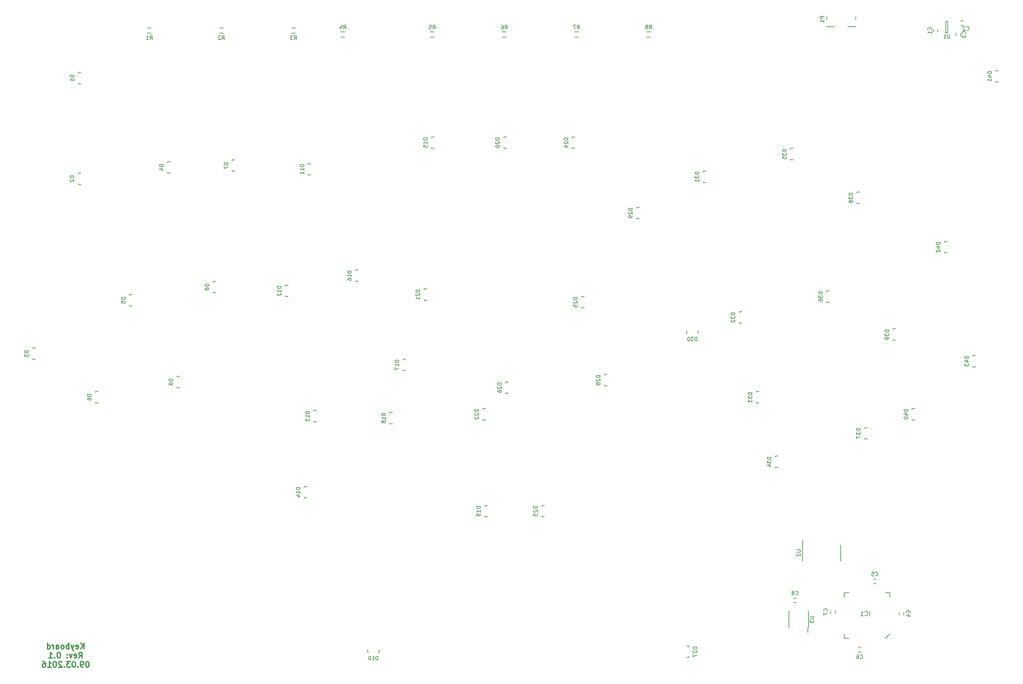
<source format=gbo>
G04 #@! TF.FileFunction,Legend,Bot*
%FSLAX46Y46*%
G04 Gerber Fmt 4.6, Leading zero omitted, Abs format (unit mm)*
G04 Created by KiCad (PCBNEW 4.0.2-4+6225~38~ubuntu15.10.1-stable) date Mi 09 Mär 2016 15:11:07 CET*
%MOMM*%
G01*
G04 APERTURE LIST*
%ADD10C,0.100000*%
%ADD11C,0.300000*%
%ADD12C,0.150000*%
%ADD13C,3.100000*%
%ADD14C,1.800000*%
%ADD15C,4.100000*%
%ADD16C,2.100000*%
%ADD17R,0.850000X1.300000*%
%ADD18R,1.300000X0.850000*%
%ADD19R,0.900100X0.900100*%
%ADD20O,0.600000X2.100000*%
%ADD21O,2.100000X0.600000*%
%ADD22R,2.000000X2.000000*%
%ADD23R,1.550000X1.400000*%
%ADD24R,1.700000X1.500000*%
%ADD25R,0.500000X2.100000*%
%ADD26R,1.827200X1.827200*%
%ADD27O,1.827200X1.827200*%
%ADD28R,1.300000X1.000000*%
%ADD29C,3.150000*%
%ADD30R,1.160000X0.750000*%
%ADD31R,0.700000X1.600000*%
%ADD32R,0.700000X1.650000*%
%ADD33C,3.099740*%
G04 APERTURE END LIST*
D10*
D11*
X89785714Y-203778571D02*
X89785714Y-202278571D01*
X88928571Y-203778571D02*
X89571428Y-202921429D01*
X88928571Y-202278571D02*
X89785714Y-203135714D01*
X87714286Y-203707143D02*
X87857143Y-203778571D01*
X88142857Y-203778571D01*
X88285714Y-203707143D01*
X88357143Y-203564286D01*
X88357143Y-202992857D01*
X88285714Y-202850000D01*
X88142857Y-202778571D01*
X87857143Y-202778571D01*
X87714286Y-202850000D01*
X87642857Y-202992857D01*
X87642857Y-203135714D01*
X88357143Y-203278571D01*
X87142857Y-202778571D02*
X86785714Y-203778571D01*
X86428572Y-202778571D02*
X86785714Y-203778571D01*
X86928572Y-204135714D01*
X87000000Y-204207143D01*
X87142857Y-204278571D01*
X85857143Y-203778571D02*
X85857143Y-202278571D01*
X85857143Y-202850000D02*
X85714286Y-202778571D01*
X85428572Y-202778571D01*
X85285715Y-202850000D01*
X85214286Y-202921429D01*
X85142857Y-203064286D01*
X85142857Y-203492857D01*
X85214286Y-203635714D01*
X85285715Y-203707143D01*
X85428572Y-203778571D01*
X85714286Y-203778571D01*
X85857143Y-203707143D01*
X84285714Y-203778571D02*
X84428572Y-203707143D01*
X84500000Y-203635714D01*
X84571429Y-203492857D01*
X84571429Y-203064286D01*
X84500000Y-202921429D01*
X84428572Y-202850000D01*
X84285714Y-202778571D01*
X84071429Y-202778571D01*
X83928572Y-202850000D01*
X83857143Y-202921429D01*
X83785714Y-203064286D01*
X83785714Y-203492857D01*
X83857143Y-203635714D01*
X83928572Y-203707143D01*
X84071429Y-203778571D01*
X84285714Y-203778571D01*
X82500000Y-203778571D02*
X82500000Y-202992857D01*
X82571429Y-202850000D01*
X82714286Y-202778571D01*
X83000000Y-202778571D01*
X83142857Y-202850000D01*
X82500000Y-203707143D02*
X82642857Y-203778571D01*
X83000000Y-203778571D01*
X83142857Y-203707143D01*
X83214286Y-203564286D01*
X83214286Y-203421429D01*
X83142857Y-203278571D01*
X83000000Y-203207143D01*
X82642857Y-203207143D01*
X82500000Y-203135714D01*
X81785714Y-203778571D02*
X81785714Y-202778571D01*
X81785714Y-203064286D02*
X81714286Y-202921429D01*
X81642857Y-202850000D01*
X81500000Y-202778571D01*
X81357143Y-202778571D01*
X80214286Y-203778571D02*
X80214286Y-202278571D01*
X80214286Y-203707143D02*
X80357143Y-203778571D01*
X80642857Y-203778571D01*
X80785715Y-203707143D01*
X80857143Y-203635714D01*
X80928572Y-203492857D01*
X80928572Y-203064286D01*
X80857143Y-202921429D01*
X80785715Y-202850000D01*
X80642857Y-202778571D01*
X80357143Y-202778571D01*
X80214286Y-202850000D01*
X88464285Y-206178571D02*
X88964285Y-205464286D01*
X89321428Y-206178571D02*
X89321428Y-204678571D01*
X88750000Y-204678571D01*
X88607142Y-204750000D01*
X88535714Y-204821429D01*
X88464285Y-204964286D01*
X88464285Y-205178571D01*
X88535714Y-205321429D01*
X88607142Y-205392857D01*
X88750000Y-205464286D01*
X89321428Y-205464286D01*
X87250000Y-206107143D02*
X87392857Y-206178571D01*
X87678571Y-206178571D01*
X87821428Y-206107143D01*
X87892857Y-205964286D01*
X87892857Y-205392857D01*
X87821428Y-205250000D01*
X87678571Y-205178571D01*
X87392857Y-205178571D01*
X87250000Y-205250000D01*
X87178571Y-205392857D01*
X87178571Y-205535714D01*
X87892857Y-205678571D01*
X86678571Y-205178571D02*
X86321428Y-206178571D01*
X85964286Y-205178571D01*
X85392857Y-206035714D02*
X85321429Y-206107143D01*
X85392857Y-206178571D01*
X85464286Y-206107143D01*
X85392857Y-206035714D01*
X85392857Y-206178571D01*
X85392857Y-205250000D02*
X85321429Y-205321429D01*
X85392857Y-205392857D01*
X85464286Y-205321429D01*
X85392857Y-205250000D01*
X85392857Y-205392857D01*
X83250000Y-204678571D02*
X83107143Y-204678571D01*
X82964286Y-204750000D01*
X82892857Y-204821429D01*
X82821428Y-204964286D01*
X82750000Y-205250000D01*
X82750000Y-205607143D01*
X82821428Y-205892857D01*
X82892857Y-206035714D01*
X82964286Y-206107143D01*
X83107143Y-206178571D01*
X83250000Y-206178571D01*
X83392857Y-206107143D01*
X83464286Y-206035714D01*
X83535714Y-205892857D01*
X83607143Y-205607143D01*
X83607143Y-205250000D01*
X83535714Y-204964286D01*
X83464286Y-204821429D01*
X83392857Y-204750000D01*
X83250000Y-204678571D01*
X82107143Y-206035714D02*
X82035715Y-206107143D01*
X82107143Y-206178571D01*
X82178572Y-206107143D01*
X82107143Y-206035714D01*
X82107143Y-206178571D01*
X80607143Y-206178571D02*
X81464286Y-206178571D01*
X81035714Y-206178571D02*
X81035714Y-204678571D01*
X81178571Y-204892857D01*
X81321429Y-205035714D01*
X81464286Y-205107143D01*
X90785713Y-207078571D02*
X90642856Y-207078571D01*
X90499999Y-207150000D01*
X90428570Y-207221429D01*
X90357141Y-207364286D01*
X90285713Y-207650000D01*
X90285713Y-208007143D01*
X90357141Y-208292857D01*
X90428570Y-208435714D01*
X90499999Y-208507143D01*
X90642856Y-208578571D01*
X90785713Y-208578571D01*
X90928570Y-208507143D01*
X90999999Y-208435714D01*
X91071427Y-208292857D01*
X91142856Y-208007143D01*
X91142856Y-207650000D01*
X91071427Y-207364286D01*
X90999999Y-207221429D01*
X90928570Y-207150000D01*
X90785713Y-207078571D01*
X89571428Y-208578571D02*
X89285713Y-208578571D01*
X89142856Y-208507143D01*
X89071428Y-208435714D01*
X88928570Y-208221429D01*
X88857142Y-207935714D01*
X88857142Y-207364286D01*
X88928570Y-207221429D01*
X88999999Y-207150000D01*
X89142856Y-207078571D01*
X89428570Y-207078571D01*
X89571428Y-207150000D01*
X89642856Y-207221429D01*
X89714285Y-207364286D01*
X89714285Y-207721429D01*
X89642856Y-207864286D01*
X89571428Y-207935714D01*
X89428570Y-208007143D01*
X89142856Y-208007143D01*
X88999999Y-207935714D01*
X88928570Y-207864286D01*
X88857142Y-207721429D01*
X88214285Y-208435714D02*
X88142857Y-208507143D01*
X88214285Y-208578571D01*
X88285714Y-208507143D01*
X88214285Y-208435714D01*
X88214285Y-208578571D01*
X87214285Y-207078571D02*
X87071428Y-207078571D01*
X86928571Y-207150000D01*
X86857142Y-207221429D01*
X86785713Y-207364286D01*
X86714285Y-207650000D01*
X86714285Y-208007143D01*
X86785713Y-208292857D01*
X86857142Y-208435714D01*
X86928571Y-208507143D01*
X87071428Y-208578571D01*
X87214285Y-208578571D01*
X87357142Y-208507143D01*
X87428571Y-208435714D01*
X87499999Y-208292857D01*
X87571428Y-208007143D01*
X87571428Y-207650000D01*
X87499999Y-207364286D01*
X87428571Y-207221429D01*
X87357142Y-207150000D01*
X87214285Y-207078571D01*
X86214285Y-207078571D02*
X85285714Y-207078571D01*
X85785714Y-207650000D01*
X85571428Y-207650000D01*
X85428571Y-207721429D01*
X85357142Y-207792857D01*
X85285714Y-207935714D01*
X85285714Y-208292857D01*
X85357142Y-208435714D01*
X85428571Y-208507143D01*
X85571428Y-208578571D01*
X86000000Y-208578571D01*
X86142857Y-208507143D01*
X86214285Y-208435714D01*
X84642857Y-208435714D02*
X84571429Y-208507143D01*
X84642857Y-208578571D01*
X84714286Y-208507143D01*
X84642857Y-208435714D01*
X84642857Y-208578571D01*
X84000000Y-207221429D02*
X83928571Y-207150000D01*
X83785714Y-207078571D01*
X83428571Y-207078571D01*
X83285714Y-207150000D01*
X83214285Y-207221429D01*
X83142857Y-207364286D01*
X83142857Y-207507143D01*
X83214285Y-207721429D01*
X84071428Y-208578571D01*
X83142857Y-208578571D01*
X82214286Y-207078571D02*
X82071429Y-207078571D01*
X81928572Y-207150000D01*
X81857143Y-207221429D01*
X81785714Y-207364286D01*
X81714286Y-207650000D01*
X81714286Y-208007143D01*
X81785714Y-208292857D01*
X81857143Y-208435714D01*
X81928572Y-208507143D01*
X82071429Y-208578571D01*
X82214286Y-208578571D01*
X82357143Y-208507143D01*
X82428572Y-208435714D01*
X82500000Y-208292857D01*
X82571429Y-208007143D01*
X82571429Y-207650000D01*
X82500000Y-207364286D01*
X82428572Y-207221429D01*
X82357143Y-207150000D01*
X82214286Y-207078571D01*
X80285715Y-208578571D02*
X81142858Y-208578571D01*
X80714286Y-208578571D02*
X80714286Y-207078571D01*
X80857143Y-207292857D01*
X81000001Y-207435714D01*
X81142858Y-207507143D01*
X79000001Y-207078571D02*
X79285715Y-207078571D01*
X79428572Y-207150000D01*
X79500001Y-207221429D01*
X79642858Y-207435714D01*
X79714287Y-207721429D01*
X79714287Y-208292857D01*
X79642858Y-208435714D01*
X79571430Y-208507143D01*
X79428572Y-208578571D01*
X79142858Y-208578571D01*
X79000001Y-208507143D01*
X78928572Y-208435714D01*
X78857144Y-208292857D01*
X78857144Y-207935714D01*
X78928572Y-207792857D01*
X79000001Y-207721429D01*
X79142858Y-207650000D01*
X79428572Y-207650000D01*
X79571430Y-207721429D01*
X79642858Y-207792857D01*
X79714287Y-207935714D01*
D12*
X313400000Y-40650000D02*
X313400000Y-41350000D01*
X314600000Y-41350000D02*
X314600000Y-40650000D01*
X320650000Y-39600000D02*
X321350000Y-39600000D01*
X321350000Y-38400000D02*
X320650000Y-38400000D01*
X319400000Y-41650000D02*
X319400000Y-42350000D01*
X320600000Y-42350000D02*
X320600000Y-41650000D01*
X305600000Y-194850000D02*
X305600000Y-194150000D01*
X304400000Y-194150000D02*
X304400000Y-194850000D01*
X298350000Y-185400000D02*
X297650000Y-185400000D01*
X297650000Y-186600000D02*
X298350000Y-186600000D01*
X293650000Y-204600000D02*
X294350000Y-204600000D01*
X294350000Y-203400000D02*
X293650000Y-203400000D01*
X286400000Y-193650000D02*
X286400000Y-194350000D01*
X287600000Y-194350000D02*
X287600000Y-193650000D01*
X277350000Y-190400000D02*
X276650000Y-190400000D01*
X276650000Y-191600000D02*
X277350000Y-191600000D01*
X88349760Y-54799160D02*
X88349760Y-54750900D01*
X89050800Y-52000180D02*
X88349760Y-52000180D01*
X88349760Y-52000180D02*
X88349760Y-52249100D01*
X88349760Y-54799160D02*
X88349760Y-54999820D01*
X88349760Y-54999820D02*
X89050800Y-54999820D01*
X88349760Y-81299160D02*
X88349760Y-81250900D01*
X89050800Y-78500180D02*
X88349760Y-78500180D01*
X88349760Y-78500180D02*
X88349760Y-78749100D01*
X88349760Y-81299160D02*
X88349760Y-81499820D01*
X88349760Y-81499820D02*
X89050800Y-81499820D01*
X76349760Y-127299160D02*
X76349760Y-127250900D01*
X77050800Y-124500180D02*
X76349760Y-124500180D01*
X76349760Y-124500180D02*
X76349760Y-124749100D01*
X76349760Y-127299160D02*
X76349760Y-127499820D01*
X76349760Y-127499820D02*
X77050800Y-127499820D01*
X111849760Y-78299160D02*
X111849760Y-78250900D01*
X112550800Y-75500180D02*
X111849760Y-75500180D01*
X111849760Y-75500180D02*
X111849760Y-75749100D01*
X111849760Y-78299160D02*
X111849760Y-78499820D01*
X111849760Y-78499820D02*
X112550800Y-78499820D01*
X101849760Y-113299160D02*
X101849760Y-113250900D01*
X102550800Y-110500180D02*
X101849760Y-110500180D01*
X101849760Y-110500180D02*
X101849760Y-110749100D01*
X101849760Y-113299160D02*
X101849760Y-113499820D01*
X101849760Y-113499820D02*
X102550800Y-113499820D01*
X92849760Y-138799160D02*
X92849760Y-138750900D01*
X93550800Y-136000180D02*
X92849760Y-136000180D01*
X92849760Y-136000180D02*
X92849760Y-136249100D01*
X92849760Y-138799160D02*
X92849760Y-138999820D01*
X92849760Y-138999820D02*
X93550800Y-138999820D01*
X128849760Y-77799160D02*
X128849760Y-77750900D01*
X129550800Y-75000180D02*
X128849760Y-75000180D01*
X128849760Y-75000180D02*
X128849760Y-75249100D01*
X128849760Y-77799160D02*
X128849760Y-77999820D01*
X128849760Y-77999820D02*
X129550800Y-77999820D01*
X123849760Y-109799160D02*
X123849760Y-109750900D01*
X124550800Y-107000180D02*
X123849760Y-107000180D01*
X123849760Y-107000180D02*
X123849760Y-107249100D01*
X123849760Y-109799160D02*
X123849760Y-109999820D01*
X123849760Y-109999820D02*
X124550800Y-109999820D01*
X114349760Y-134799160D02*
X114349760Y-134750900D01*
X115050800Y-132000180D02*
X114349760Y-132000180D01*
X114349760Y-132000180D02*
X114349760Y-132249100D01*
X114349760Y-134799160D02*
X114349760Y-134999820D01*
X114349760Y-134999820D02*
X115050800Y-134999820D01*
X167299160Y-204650240D02*
X167250900Y-204650240D01*
X164500180Y-203949200D02*
X164500180Y-204650240D01*
X164500180Y-204650240D02*
X164749100Y-204650240D01*
X167299160Y-204650240D02*
X167499820Y-204650240D01*
X167499820Y-204650240D02*
X167499820Y-203949200D01*
X148849760Y-78799160D02*
X148849760Y-78750900D01*
X149550800Y-76000180D02*
X148849760Y-76000180D01*
X148849760Y-76000180D02*
X148849760Y-76249100D01*
X148849760Y-78799160D02*
X148849760Y-78999820D01*
X148849760Y-78999820D02*
X149550800Y-78999820D01*
X142849760Y-110799160D02*
X142849760Y-110750900D01*
X143550800Y-108000180D02*
X142849760Y-108000180D01*
X142849760Y-108000180D02*
X142849760Y-108249100D01*
X142849760Y-110799160D02*
X142849760Y-110999820D01*
X142849760Y-110999820D02*
X143550800Y-110999820D01*
X150349760Y-143799160D02*
X150349760Y-143750900D01*
X151050800Y-141000180D02*
X150349760Y-141000180D01*
X150349760Y-141000180D02*
X150349760Y-141249100D01*
X150349760Y-143799160D02*
X150349760Y-143999820D01*
X150349760Y-143999820D02*
X151050800Y-143999820D01*
X147849760Y-163799160D02*
X147849760Y-163750900D01*
X148550800Y-161000180D02*
X147849760Y-161000180D01*
X147849760Y-161000180D02*
X147849760Y-161249100D01*
X147849760Y-163799160D02*
X147849760Y-163999820D01*
X147849760Y-163999820D02*
X148550800Y-163999820D01*
X181349760Y-71799160D02*
X181349760Y-71750900D01*
X182050800Y-69000180D02*
X181349760Y-69000180D01*
X181349760Y-69000180D02*
X181349760Y-69249100D01*
X181349760Y-71799160D02*
X181349760Y-71999820D01*
X181349760Y-71999820D02*
X182050800Y-71999820D01*
X161349760Y-106799160D02*
X161349760Y-106750900D01*
X162050800Y-104000180D02*
X161349760Y-104000180D01*
X161349760Y-104000180D02*
X161349760Y-104249100D01*
X161349760Y-106799160D02*
X161349760Y-106999820D01*
X161349760Y-106999820D02*
X162050800Y-106999820D01*
X173849760Y-130299160D02*
X173849760Y-130250900D01*
X174550800Y-127500180D02*
X173849760Y-127500180D01*
X173849760Y-127500180D02*
X173849760Y-127749100D01*
X173849760Y-130299160D02*
X173849760Y-130499820D01*
X173849760Y-130499820D02*
X174550800Y-130499820D01*
X170349760Y-144299160D02*
X170349760Y-144250900D01*
X171050800Y-141500180D02*
X170349760Y-141500180D01*
X170349760Y-141500180D02*
X170349760Y-141749100D01*
X170349760Y-144299160D02*
X170349760Y-144499820D01*
X170349760Y-144499820D02*
X171050800Y-144499820D01*
X195349760Y-168799160D02*
X195349760Y-168750900D01*
X196050800Y-166000180D02*
X195349760Y-166000180D01*
X195349760Y-166000180D02*
X195349760Y-166249100D01*
X195349760Y-168799160D02*
X195349760Y-168999820D01*
X195349760Y-168999820D02*
X196050800Y-168999820D01*
X200349760Y-71799160D02*
X200349760Y-71750900D01*
X201050800Y-69000180D02*
X200349760Y-69000180D01*
X200349760Y-69000180D02*
X200349760Y-69249100D01*
X200349760Y-71799160D02*
X200349760Y-71999820D01*
X200349760Y-71999820D02*
X201050800Y-71999820D01*
X179349760Y-111799160D02*
X179349760Y-111750900D01*
X180050800Y-109000180D02*
X179349760Y-109000180D01*
X179349760Y-109000180D02*
X179349760Y-109249100D01*
X179349760Y-111799160D02*
X179349760Y-111999820D01*
X179349760Y-111999820D02*
X180050800Y-111999820D01*
X194849760Y-143299160D02*
X194849760Y-143250900D01*
X195550800Y-140500180D02*
X194849760Y-140500180D01*
X194849760Y-140500180D02*
X194849760Y-140749100D01*
X194849760Y-143299160D02*
X194849760Y-143499820D01*
X194849760Y-143499820D02*
X195550800Y-143499820D01*
X210349760Y-168799160D02*
X210349760Y-168750900D01*
X211050800Y-166000180D02*
X210349760Y-166000180D01*
X210349760Y-166000180D02*
X210349760Y-166249100D01*
X210349760Y-168799160D02*
X210349760Y-168999820D01*
X210349760Y-168999820D02*
X211050800Y-168999820D01*
X218349760Y-71799160D02*
X218349760Y-71750900D01*
X219050800Y-69000180D02*
X218349760Y-69000180D01*
X218349760Y-69000180D02*
X218349760Y-69249100D01*
X218349760Y-71799160D02*
X218349760Y-71999820D01*
X218349760Y-71999820D02*
X219050800Y-71999820D01*
X220849760Y-113799160D02*
X220849760Y-113750900D01*
X221550800Y-111000180D02*
X220849760Y-111000180D01*
X220849760Y-111000180D02*
X220849760Y-111249100D01*
X220849760Y-113799160D02*
X220849760Y-113999820D01*
X220849760Y-113999820D02*
X221550800Y-113999820D01*
X200849760Y-136299160D02*
X200849760Y-136250900D01*
X201550800Y-133500180D02*
X200849760Y-133500180D01*
X200849760Y-133500180D02*
X200849760Y-133749100D01*
X200849760Y-136299160D02*
X200849760Y-136499820D01*
X200849760Y-136499820D02*
X201550800Y-136499820D01*
X249150240Y-203200840D02*
X249150240Y-203249100D01*
X248449200Y-205999820D02*
X249150240Y-205999820D01*
X249150240Y-205999820D02*
X249150240Y-205750900D01*
X249150240Y-203200840D02*
X249150240Y-203000180D01*
X249150240Y-203000180D02*
X248449200Y-203000180D01*
X226849760Y-134299160D02*
X226849760Y-134250900D01*
X227550800Y-131500180D02*
X226849760Y-131500180D01*
X226849760Y-131500180D02*
X226849760Y-131749100D01*
X226849760Y-134299160D02*
X226849760Y-134499820D01*
X226849760Y-134499820D02*
X227550800Y-134499820D01*
X235349760Y-90299160D02*
X235349760Y-90250900D01*
X236050800Y-87500180D02*
X235349760Y-87500180D01*
X235349760Y-87500180D02*
X235349760Y-87749100D01*
X235349760Y-90299160D02*
X235349760Y-90499820D01*
X235349760Y-90499820D02*
X236050800Y-90499820D01*
X251299160Y-120650240D02*
X251250900Y-120650240D01*
X248500180Y-119949200D02*
X248500180Y-120650240D01*
X248500180Y-120650240D02*
X248749100Y-120650240D01*
X251299160Y-120650240D02*
X251499820Y-120650240D01*
X251499820Y-120650240D02*
X251499820Y-119949200D01*
X252849760Y-80799160D02*
X252849760Y-80750900D01*
X253550800Y-78000180D02*
X252849760Y-78000180D01*
X252849760Y-78000180D02*
X252849760Y-78249100D01*
X252849760Y-80799160D02*
X252849760Y-80999820D01*
X252849760Y-80999820D02*
X253550800Y-80999820D01*
X262349760Y-117799160D02*
X262349760Y-117750900D01*
X263050800Y-115000180D02*
X262349760Y-115000180D01*
X262349760Y-115000180D02*
X262349760Y-115249100D01*
X262349760Y-117799160D02*
X262349760Y-117999820D01*
X262349760Y-117999820D02*
X263050800Y-117999820D01*
X266849760Y-138799160D02*
X266849760Y-138750900D01*
X267550800Y-136000180D02*
X266849760Y-136000180D01*
X266849760Y-136000180D02*
X266849760Y-136249100D01*
X266849760Y-138799160D02*
X266849760Y-138999820D01*
X266849760Y-138999820D02*
X267550800Y-138999820D01*
X271849760Y-155799160D02*
X271849760Y-155750900D01*
X272550800Y-153000180D02*
X271849760Y-153000180D01*
X271849760Y-153000180D02*
X271849760Y-153249100D01*
X271849760Y-155799160D02*
X271849760Y-155999820D01*
X271849760Y-155999820D02*
X272550800Y-155999820D01*
X275849760Y-74799160D02*
X275849760Y-74750900D01*
X276550800Y-72000180D02*
X275849760Y-72000180D01*
X275849760Y-72000180D02*
X275849760Y-72249100D01*
X275849760Y-74799160D02*
X275849760Y-74999820D01*
X275849760Y-74999820D02*
X276550800Y-74999820D01*
X285349760Y-112299160D02*
X285349760Y-112250900D01*
X286050800Y-109500180D02*
X285349760Y-109500180D01*
X285349760Y-109500180D02*
X285349760Y-109749100D01*
X285349760Y-112299160D02*
X285349760Y-112499820D01*
X285349760Y-112499820D02*
X286050800Y-112499820D01*
X295349760Y-148299160D02*
X295349760Y-148250900D01*
X296050800Y-145500180D02*
X295349760Y-145500180D01*
X295349760Y-145500180D02*
X295349760Y-145749100D01*
X295349760Y-148299160D02*
X295349760Y-148499820D01*
X295349760Y-148499820D02*
X296050800Y-148499820D01*
X293349760Y-86299160D02*
X293349760Y-86250900D01*
X294050800Y-83500180D02*
X293349760Y-83500180D01*
X293349760Y-83500180D02*
X293349760Y-83749100D01*
X293349760Y-86299160D02*
X293349760Y-86499820D01*
X293349760Y-86499820D02*
X294050800Y-86499820D01*
X302849760Y-122299160D02*
X302849760Y-122250900D01*
X303550800Y-119500180D02*
X302849760Y-119500180D01*
X302849760Y-119500180D02*
X302849760Y-119749100D01*
X302849760Y-122299160D02*
X302849760Y-122499820D01*
X302849760Y-122499820D02*
X303550800Y-122499820D01*
X307849760Y-143299160D02*
X307849760Y-143250900D01*
X308550800Y-140500180D02*
X307849760Y-140500180D01*
X307849760Y-140500180D02*
X307849760Y-140749100D01*
X307849760Y-143299160D02*
X307849760Y-143499820D01*
X307849760Y-143499820D02*
X308550800Y-143499820D01*
X329849760Y-54299160D02*
X329849760Y-54250900D01*
X330550800Y-51500180D02*
X329849760Y-51500180D01*
X329849760Y-51500180D02*
X329849760Y-51749100D01*
X329849760Y-54299160D02*
X329849760Y-54499820D01*
X329849760Y-54499820D02*
X330550800Y-54499820D01*
X316349760Y-99299160D02*
X316349760Y-99250900D01*
X317050800Y-96500180D02*
X316349760Y-96500180D01*
X316349760Y-96500180D02*
X316349760Y-96749100D01*
X316349760Y-99299160D02*
X316349760Y-99499820D01*
X316349760Y-99499820D02*
X317050800Y-99499820D01*
X323849760Y-129299160D02*
X323849760Y-129250900D01*
X324550800Y-126500180D02*
X323849760Y-126500180D01*
X323849760Y-126500180D02*
X323849760Y-126749100D01*
X323849760Y-129299160D02*
X323849760Y-129499820D01*
X323849760Y-129499820D02*
X324550800Y-129499820D01*
X300800000Y-201000000D02*
X302000000Y-199800000D01*
X302000000Y-190200000D02*
X302000000Y-189000000D01*
X302000000Y-189000000D02*
X300800000Y-189000000D01*
X290000000Y-199800000D02*
X290000000Y-201000000D01*
X290000000Y-201000000D02*
X291200000Y-201000000D01*
X290000000Y-190200000D02*
X290000000Y-189000000D01*
X290000000Y-189000000D02*
X291200000Y-189000000D01*
X285400000Y-39800000D02*
X285400000Y-40000000D01*
X285400000Y-40000000D02*
X287500000Y-40000000D01*
X293000000Y-39800000D02*
X293000000Y-40000000D01*
X293000000Y-40000000D02*
X290900000Y-40000000D01*
X285400000Y-37300000D02*
X285400000Y-38000000D01*
X293000000Y-37300000D02*
X293000000Y-38000000D01*
X107500000Y-40325000D02*
X106500000Y-40325000D01*
X106500000Y-41675000D02*
X107500000Y-41675000D01*
X126500000Y-40325000D02*
X125500000Y-40325000D01*
X125500000Y-41675000D02*
X126500000Y-41675000D01*
X145500000Y-40325000D02*
X144500000Y-40325000D01*
X144500000Y-41675000D02*
X145500000Y-41675000D01*
X157488000Y-42675000D02*
X158488000Y-42675000D01*
X158488000Y-41325000D02*
X157488000Y-41325000D01*
X181000000Y-42675000D02*
X182000000Y-42675000D01*
X182000000Y-41325000D02*
X181000000Y-41325000D01*
X200000000Y-42675000D02*
X201000000Y-42675000D01*
X201000000Y-41325000D02*
X200000000Y-41325000D01*
X219000000Y-42675000D02*
X220000000Y-42675000D01*
X220000000Y-41325000D02*
X219000000Y-41325000D01*
X238000000Y-42675000D02*
X239000000Y-42675000D01*
X239000000Y-41325000D02*
X238000000Y-41325000D01*
X316800000Y-41700000D02*
G75*
G03X316800000Y-41700000I-100000J0D01*
G01*
X317250000Y-41450000D02*
X316750000Y-41450000D01*
X317250000Y-38550000D02*
X317250000Y-41450000D01*
X316750000Y-38550000D02*
X317250000Y-38550000D01*
X316750000Y-41450000D02*
X316750000Y-38550000D01*
X278925000Y-176425000D02*
X279030000Y-176425000D01*
X278925000Y-180575000D02*
X279030000Y-180575000D01*
X289075000Y-180575000D02*
X288970000Y-180575000D01*
X289075000Y-176425000D02*
X288970000Y-176425000D01*
X278925000Y-176425000D02*
X278925000Y-180575000D01*
X289075000Y-176425000D02*
X289075000Y-180575000D01*
X279030000Y-176425000D02*
X279030000Y-175050000D01*
X280575000Y-198075000D02*
X280430000Y-198075000D01*
X280575000Y-193925000D02*
X280430000Y-193925000D01*
X275425000Y-193925000D02*
X275570000Y-193925000D01*
X275425000Y-198075000D02*
X275570000Y-198075000D01*
X280575000Y-198075000D02*
X280575000Y-193925000D01*
X275425000Y-198075000D02*
X275425000Y-193925000D01*
X280430000Y-198075000D02*
X280430000Y-199475000D01*
X312857143Y-40833334D02*
X312904762Y-40785715D01*
X312952381Y-40642858D01*
X312952381Y-40547620D01*
X312904762Y-40404762D01*
X312809524Y-40309524D01*
X312714286Y-40261905D01*
X312523810Y-40214286D01*
X312380952Y-40214286D01*
X312190476Y-40261905D01*
X312095238Y-40309524D01*
X312000000Y-40404762D01*
X311952381Y-40547620D01*
X311952381Y-40642858D01*
X312000000Y-40785715D01*
X312047619Y-40833334D01*
X312952381Y-41785715D02*
X312952381Y-41214286D01*
X312952381Y-41500000D02*
X311952381Y-41500000D01*
X312095238Y-41404762D01*
X312190476Y-41309524D01*
X312238095Y-41214286D01*
X322166666Y-40857143D02*
X322214285Y-40904762D01*
X322357142Y-40952381D01*
X322452380Y-40952381D01*
X322595238Y-40904762D01*
X322690476Y-40809524D01*
X322738095Y-40714286D01*
X322785714Y-40523810D01*
X322785714Y-40380952D01*
X322738095Y-40190476D01*
X322690476Y-40095238D01*
X322595238Y-40000000D01*
X322452380Y-39952381D01*
X322357142Y-39952381D01*
X322214285Y-40000000D01*
X322166666Y-40047619D01*
X321785714Y-40047619D02*
X321738095Y-40000000D01*
X321642857Y-39952381D01*
X321404761Y-39952381D01*
X321309523Y-40000000D01*
X321261904Y-40047619D01*
X321214285Y-40142857D01*
X321214285Y-40238095D01*
X321261904Y-40380952D01*
X321833333Y-40952381D01*
X321214285Y-40952381D01*
X321857143Y-41833334D02*
X321904762Y-41785715D01*
X321952381Y-41642858D01*
X321952381Y-41547620D01*
X321904762Y-41404762D01*
X321809524Y-41309524D01*
X321714286Y-41261905D01*
X321523810Y-41214286D01*
X321380952Y-41214286D01*
X321190476Y-41261905D01*
X321095238Y-41309524D01*
X321000000Y-41404762D01*
X320952381Y-41547620D01*
X320952381Y-41642858D01*
X321000000Y-41785715D01*
X321047619Y-41833334D01*
X320952381Y-42166667D02*
X320952381Y-42785715D01*
X321333333Y-42452381D01*
X321333333Y-42595239D01*
X321380952Y-42690477D01*
X321428571Y-42738096D01*
X321523810Y-42785715D01*
X321761905Y-42785715D01*
X321857143Y-42738096D01*
X321904762Y-42690477D01*
X321952381Y-42595239D01*
X321952381Y-42309524D01*
X321904762Y-42214286D01*
X321857143Y-42166667D01*
X307257143Y-194333334D02*
X307304762Y-194285715D01*
X307352381Y-194142858D01*
X307352381Y-194047620D01*
X307304762Y-193904762D01*
X307209524Y-193809524D01*
X307114286Y-193761905D01*
X306923810Y-193714286D01*
X306780952Y-193714286D01*
X306590476Y-193761905D01*
X306495238Y-193809524D01*
X306400000Y-193904762D01*
X306352381Y-194047620D01*
X306352381Y-194142858D01*
X306400000Y-194285715D01*
X306447619Y-194333334D01*
X306685714Y-195190477D02*
X307352381Y-195190477D01*
X306304762Y-194952381D02*
X307019048Y-194714286D01*
X307019048Y-195333334D01*
X298166666Y-184457143D02*
X298214285Y-184504762D01*
X298357142Y-184552381D01*
X298452380Y-184552381D01*
X298595238Y-184504762D01*
X298690476Y-184409524D01*
X298738095Y-184314286D01*
X298785714Y-184123810D01*
X298785714Y-183980952D01*
X298738095Y-183790476D01*
X298690476Y-183695238D01*
X298595238Y-183600000D01*
X298452380Y-183552381D01*
X298357142Y-183552381D01*
X298214285Y-183600000D01*
X298166666Y-183647619D01*
X297261904Y-183552381D02*
X297738095Y-183552381D01*
X297785714Y-184028571D01*
X297738095Y-183980952D01*
X297642857Y-183933333D01*
X297404761Y-183933333D01*
X297309523Y-183980952D01*
X297261904Y-184028571D01*
X297214285Y-184123810D01*
X297214285Y-184361905D01*
X297261904Y-184457143D01*
X297309523Y-184504762D01*
X297404761Y-184552381D01*
X297642857Y-184552381D01*
X297738095Y-184504762D01*
X297785714Y-184457143D01*
X294166666Y-206257143D02*
X294214285Y-206304762D01*
X294357142Y-206352381D01*
X294452380Y-206352381D01*
X294595238Y-206304762D01*
X294690476Y-206209524D01*
X294738095Y-206114286D01*
X294785714Y-205923810D01*
X294785714Y-205780952D01*
X294738095Y-205590476D01*
X294690476Y-205495238D01*
X294595238Y-205400000D01*
X294452380Y-205352381D01*
X294357142Y-205352381D01*
X294214285Y-205400000D01*
X294166666Y-205447619D01*
X293309523Y-205352381D02*
X293500000Y-205352381D01*
X293595238Y-205400000D01*
X293642857Y-205447619D01*
X293738095Y-205590476D01*
X293785714Y-205780952D01*
X293785714Y-206161905D01*
X293738095Y-206257143D01*
X293690476Y-206304762D01*
X293595238Y-206352381D01*
X293404761Y-206352381D01*
X293309523Y-206304762D01*
X293261904Y-206257143D01*
X293214285Y-206161905D01*
X293214285Y-205923810D01*
X293261904Y-205828571D01*
X293309523Y-205780952D01*
X293404761Y-205733333D01*
X293595238Y-205733333D01*
X293690476Y-205780952D01*
X293738095Y-205828571D01*
X293785714Y-205923810D01*
X285457143Y-193833334D02*
X285504762Y-193785715D01*
X285552381Y-193642858D01*
X285552381Y-193547620D01*
X285504762Y-193404762D01*
X285409524Y-193309524D01*
X285314286Y-193261905D01*
X285123810Y-193214286D01*
X284980952Y-193214286D01*
X284790476Y-193261905D01*
X284695238Y-193309524D01*
X284600000Y-193404762D01*
X284552381Y-193547620D01*
X284552381Y-193642858D01*
X284600000Y-193785715D01*
X284647619Y-193833334D01*
X284552381Y-194166667D02*
X284552381Y-194833334D01*
X285552381Y-194404762D01*
X277166666Y-189457143D02*
X277214285Y-189504762D01*
X277357142Y-189552381D01*
X277452380Y-189552381D01*
X277595238Y-189504762D01*
X277690476Y-189409524D01*
X277738095Y-189314286D01*
X277785714Y-189123810D01*
X277785714Y-188980952D01*
X277738095Y-188790476D01*
X277690476Y-188695238D01*
X277595238Y-188600000D01*
X277452380Y-188552381D01*
X277357142Y-188552381D01*
X277214285Y-188600000D01*
X277166666Y-188647619D01*
X276595238Y-188980952D02*
X276690476Y-188933333D01*
X276738095Y-188885714D01*
X276785714Y-188790476D01*
X276785714Y-188742857D01*
X276738095Y-188647619D01*
X276690476Y-188600000D01*
X276595238Y-188552381D01*
X276404761Y-188552381D01*
X276309523Y-188600000D01*
X276261904Y-188647619D01*
X276214285Y-188742857D01*
X276214285Y-188790476D01*
X276261904Y-188885714D01*
X276309523Y-188933333D01*
X276404761Y-188980952D01*
X276595238Y-188980952D01*
X276690476Y-189028571D01*
X276738095Y-189076190D01*
X276785714Y-189171429D01*
X276785714Y-189361905D01*
X276738095Y-189457143D01*
X276690476Y-189504762D01*
X276595238Y-189552381D01*
X276404761Y-189552381D01*
X276309523Y-189504762D01*
X276261904Y-189457143D01*
X276214285Y-189361905D01*
X276214285Y-189171429D01*
X276261904Y-189076190D01*
X276309523Y-189028571D01*
X276404761Y-188980952D01*
X87202381Y-52761905D02*
X86202381Y-52761905D01*
X86202381Y-53000000D01*
X86250000Y-53142858D01*
X86345238Y-53238096D01*
X86440476Y-53285715D01*
X86630952Y-53333334D01*
X86773810Y-53333334D01*
X86964286Y-53285715D01*
X87059524Y-53238096D01*
X87154762Y-53142858D01*
X87202381Y-53000000D01*
X87202381Y-52761905D01*
X87202381Y-54285715D02*
X87202381Y-53714286D01*
X87202381Y-54000000D02*
X86202381Y-54000000D01*
X86345238Y-53904762D01*
X86440476Y-53809524D01*
X86488095Y-53714286D01*
X87202381Y-79261905D02*
X86202381Y-79261905D01*
X86202381Y-79500000D01*
X86250000Y-79642858D01*
X86345238Y-79738096D01*
X86440476Y-79785715D01*
X86630952Y-79833334D01*
X86773810Y-79833334D01*
X86964286Y-79785715D01*
X87059524Y-79738096D01*
X87154762Y-79642858D01*
X87202381Y-79500000D01*
X87202381Y-79261905D01*
X86297619Y-80214286D02*
X86250000Y-80261905D01*
X86202381Y-80357143D01*
X86202381Y-80595239D01*
X86250000Y-80690477D01*
X86297619Y-80738096D01*
X86392857Y-80785715D01*
X86488095Y-80785715D01*
X86630952Y-80738096D01*
X87202381Y-80166667D01*
X87202381Y-80785715D01*
X75202381Y-125261905D02*
X74202381Y-125261905D01*
X74202381Y-125500000D01*
X74250000Y-125642858D01*
X74345238Y-125738096D01*
X74440476Y-125785715D01*
X74630952Y-125833334D01*
X74773810Y-125833334D01*
X74964286Y-125785715D01*
X75059524Y-125738096D01*
X75154762Y-125642858D01*
X75202381Y-125500000D01*
X75202381Y-125261905D01*
X74202381Y-126166667D02*
X74202381Y-126785715D01*
X74583333Y-126452381D01*
X74583333Y-126595239D01*
X74630952Y-126690477D01*
X74678571Y-126738096D01*
X74773810Y-126785715D01*
X75011905Y-126785715D01*
X75107143Y-126738096D01*
X75154762Y-126690477D01*
X75202381Y-126595239D01*
X75202381Y-126309524D01*
X75154762Y-126214286D01*
X75107143Y-126166667D01*
X110702381Y-76261905D02*
X109702381Y-76261905D01*
X109702381Y-76500000D01*
X109750000Y-76642858D01*
X109845238Y-76738096D01*
X109940476Y-76785715D01*
X110130952Y-76833334D01*
X110273810Y-76833334D01*
X110464286Y-76785715D01*
X110559524Y-76738096D01*
X110654762Y-76642858D01*
X110702381Y-76500000D01*
X110702381Y-76261905D01*
X110035714Y-77690477D02*
X110702381Y-77690477D01*
X109654762Y-77452381D02*
X110369048Y-77214286D01*
X110369048Y-77833334D01*
X100702381Y-111261905D02*
X99702381Y-111261905D01*
X99702381Y-111500000D01*
X99750000Y-111642858D01*
X99845238Y-111738096D01*
X99940476Y-111785715D01*
X100130952Y-111833334D01*
X100273810Y-111833334D01*
X100464286Y-111785715D01*
X100559524Y-111738096D01*
X100654762Y-111642858D01*
X100702381Y-111500000D01*
X100702381Y-111261905D01*
X99702381Y-112738096D02*
X99702381Y-112261905D01*
X100178571Y-112214286D01*
X100130952Y-112261905D01*
X100083333Y-112357143D01*
X100083333Y-112595239D01*
X100130952Y-112690477D01*
X100178571Y-112738096D01*
X100273810Y-112785715D01*
X100511905Y-112785715D01*
X100607143Y-112738096D01*
X100654762Y-112690477D01*
X100702381Y-112595239D01*
X100702381Y-112357143D01*
X100654762Y-112261905D01*
X100607143Y-112214286D01*
X91702381Y-136761905D02*
X90702381Y-136761905D01*
X90702381Y-137000000D01*
X90750000Y-137142858D01*
X90845238Y-137238096D01*
X90940476Y-137285715D01*
X91130952Y-137333334D01*
X91273810Y-137333334D01*
X91464286Y-137285715D01*
X91559524Y-137238096D01*
X91654762Y-137142858D01*
X91702381Y-137000000D01*
X91702381Y-136761905D01*
X90702381Y-138190477D02*
X90702381Y-138000000D01*
X90750000Y-137904762D01*
X90797619Y-137857143D01*
X90940476Y-137761905D01*
X91130952Y-137714286D01*
X91511905Y-137714286D01*
X91607143Y-137761905D01*
X91654762Y-137809524D01*
X91702381Y-137904762D01*
X91702381Y-138095239D01*
X91654762Y-138190477D01*
X91607143Y-138238096D01*
X91511905Y-138285715D01*
X91273810Y-138285715D01*
X91178571Y-138238096D01*
X91130952Y-138190477D01*
X91083333Y-138095239D01*
X91083333Y-137904762D01*
X91130952Y-137809524D01*
X91178571Y-137761905D01*
X91273810Y-137714286D01*
X127702381Y-75761905D02*
X126702381Y-75761905D01*
X126702381Y-76000000D01*
X126750000Y-76142858D01*
X126845238Y-76238096D01*
X126940476Y-76285715D01*
X127130952Y-76333334D01*
X127273810Y-76333334D01*
X127464286Y-76285715D01*
X127559524Y-76238096D01*
X127654762Y-76142858D01*
X127702381Y-76000000D01*
X127702381Y-75761905D01*
X126702381Y-76666667D02*
X126702381Y-77333334D01*
X127702381Y-76904762D01*
X122702381Y-107761905D02*
X121702381Y-107761905D01*
X121702381Y-108000000D01*
X121750000Y-108142858D01*
X121845238Y-108238096D01*
X121940476Y-108285715D01*
X122130952Y-108333334D01*
X122273810Y-108333334D01*
X122464286Y-108285715D01*
X122559524Y-108238096D01*
X122654762Y-108142858D01*
X122702381Y-108000000D01*
X122702381Y-107761905D01*
X122130952Y-108904762D02*
X122083333Y-108809524D01*
X122035714Y-108761905D01*
X121940476Y-108714286D01*
X121892857Y-108714286D01*
X121797619Y-108761905D01*
X121750000Y-108809524D01*
X121702381Y-108904762D01*
X121702381Y-109095239D01*
X121750000Y-109190477D01*
X121797619Y-109238096D01*
X121892857Y-109285715D01*
X121940476Y-109285715D01*
X122035714Y-109238096D01*
X122083333Y-109190477D01*
X122130952Y-109095239D01*
X122130952Y-108904762D01*
X122178571Y-108809524D01*
X122226190Y-108761905D01*
X122321429Y-108714286D01*
X122511905Y-108714286D01*
X122607143Y-108761905D01*
X122654762Y-108809524D01*
X122702381Y-108904762D01*
X122702381Y-109095239D01*
X122654762Y-109190477D01*
X122607143Y-109238096D01*
X122511905Y-109285715D01*
X122321429Y-109285715D01*
X122226190Y-109238096D01*
X122178571Y-109190477D01*
X122130952Y-109095239D01*
X113202381Y-132761905D02*
X112202381Y-132761905D01*
X112202381Y-133000000D01*
X112250000Y-133142858D01*
X112345238Y-133238096D01*
X112440476Y-133285715D01*
X112630952Y-133333334D01*
X112773810Y-133333334D01*
X112964286Y-133285715D01*
X113059524Y-133238096D01*
X113154762Y-133142858D01*
X113202381Y-133000000D01*
X113202381Y-132761905D01*
X113202381Y-133809524D02*
X113202381Y-134000000D01*
X113154762Y-134095239D01*
X113107143Y-134142858D01*
X112964286Y-134238096D01*
X112773810Y-134285715D01*
X112392857Y-134285715D01*
X112297619Y-134238096D01*
X112250000Y-134190477D01*
X112202381Y-134095239D01*
X112202381Y-133904762D01*
X112250000Y-133809524D01*
X112297619Y-133761905D01*
X112392857Y-133714286D01*
X112630952Y-133714286D01*
X112726190Y-133761905D01*
X112773810Y-133809524D01*
X112821429Y-133904762D01*
X112821429Y-134095239D01*
X112773810Y-134190477D01*
X112726190Y-134238096D01*
X112630952Y-134285715D01*
X167214286Y-206702381D02*
X167214286Y-205702381D01*
X166976191Y-205702381D01*
X166833333Y-205750000D01*
X166738095Y-205845238D01*
X166690476Y-205940476D01*
X166642857Y-206130952D01*
X166642857Y-206273810D01*
X166690476Y-206464286D01*
X166738095Y-206559524D01*
X166833333Y-206654762D01*
X166976191Y-206702381D01*
X167214286Y-206702381D01*
X165690476Y-206702381D02*
X166261905Y-206702381D01*
X165976191Y-206702381D02*
X165976191Y-205702381D01*
X166071429Y-205845238D01*
X166166667Y-205940476D01*
X166261905Y-205988095D01*
X165071429Y-205702381D02*
X164976190Y-205702381D01*
X164880952Y-205750000D01*
X164833333Y-205797619D01*
X164785714Y-205892857D01*
X164738095Y-206083333D01*
X164738095Y-206321429D01*
X164785714Y-206511905D01*
X164833333Y-206607143D01*
X164880952Y-206654762D01*
X164976190Y-206702381D01*
X165071429Y-206702381D01*
X165166667Y-206654762D01*
X165214286Y-206607143D01*
X165261905Y-206511905D01*
X165309524Y-206321429D01*
X165309524Y-206083333D01*
X165261905Y-205892857D01*
X165214286Y-205797619D01*
X165166667Y-205750000D01*
X165071429Y-205702381D01*
X147702381Y-76285714D02*
X146702381Y-76285714D01*
X146702381Y-76523809D01*
X146750000Y-76666667D01*
X146845238Y-76761905D01*
X146940476Y-76809524D01*
X147130952Y-76857143D01*
X147273810Y-76857143D01*
X147464286Y-76809524D01*
X147559524Y-76761905D01*
X147654762Y-76666667D01*
X147702381Y-76523809D01*
X147702381Y-76285714D01*
X147702381Y-77809524D02*
X147702381Y-77238095D01*
X147702381Y-77523809D02*
X146702381Y-77523809D01*
X146845238Y-77428571D01*
X146940476Y-77333333D01*
X146988095Y-77238095D01*
X147702381Y-78761905D02*
X147702381Y-78190476D01*
X147702381Y-78476190D02*
X146702381Y-78476190D01*
X146845238Y-78380952D01*
X146940476Y-78285714D01*
X146988095Y-78190476D01*
X141702381Y-108285714D02*
X140702381Y-108285714D01*
X140702381Y-108523809D01*
X140750000Y-108666667D01*
X140845238Y-108761905D01*
X140940476Y-108809524D01*
X141130952Y-108857143D01*
X141273810Y-108857143D01*
X141464286Y-108809524D01*
X141559524Y-108761905D01*
X141654762Y-108666667D01*
X141702381Y-108523809D01*
X141702381Y-108285714D01*
X141702381Y-109809524D02*
X141702381Y-109238095D01*
X141702381Y-109523809D02*
X140702381Y-109523809D01*
X140845238Y-109428571D01*
X140940476Y-109333333D01*
X140988095Y-109238095D01*
X140797619Y-110190476D02*
X140750000Y-110238095D01*
X140702381Y-110333333D01*
X140702381Y-110571429D01*
X140750000Y-110666667D01*
X140797619Y-110714286D01*
X140892857Y-110761905D01*
X140988095Y-110761905D01*
X141130952Y-110714286D01*
X141702381Y-110142857D01*
X141702381Y-110761905D01*
X149202381Y-141285714D02*
X148202381Y-141285714D01*
X148202381Y-141523809D01*
X148250000Y-141666667D01*
X148345238Y-141761905D01*
X148440476Y-141809524D01*
X148630952Y-141857143D01*
X148773810Y-141857143D01*
X148964286Y-141809524D01*
X149059524Y-141761905D01*
X149154762Y-141666667D01*
X149202381Y-141523809D01*
X149202381Y-141285714D01*
X149202381Y-142809524D02*
X149202381Y-142238095D01*
X149202381Y-142523809D02*
X148202381Y-142523809D01*
X148345238Y-142428571D01*
X148440476Y-142333333D01*
X148488095Y-142238095D01*
X148202381Y-143142857D02*
X148202381Y-143761905D01*
X148583333Y-143428571D01*
X148583333Y-143571429D01*
X148630952Y-143666667D01*
X148678571Y-143714286D01*
X148773810Y-143761905D01*
X149011905Y-143761905D01*
X149107143Y-143714286D01*
X149154762Y-143666667D01*
X149202381Y-143571429D01*
X149202381Y-143285714D01*
X149154762Y-143190476D01*
X149107143Y-143142857D01*
X146702381Y-161285714D02*
X145702381Y-161285714D01*
X145702381Y-161523809D01*
X145750000Y-161666667D01*
X145845238Y-161761905D01*
X145940476Y-161809524D01*
X146130952Y-161857143D01*
X146273810Y-161857143D01*
X146464286Y-161809524D01*
X146559524Y-161761905D01*
X146654762Y-161666667D01*
X146702381Y-161523809D01*
X146702381Y-161285714D01*
X146702381Y-162809524D02*
X146702381Y-162238095D01*
X146702381Y-162523809D02*
X145702381Y-162523809D01*
X145845238Y-162428571D01*
X145940476Y-162333333D01*
X145988095Y-162238095D01*
X146035714Y-163666667D02*
X146702381Y-163666667D01*
X145654762Y-163428571D02*
X146369048Y-163190476D01*
X146369048Y-163809524D01*
X180202381Y-69285714D02*
X179202381Y-69285714D01*
X179202381Y-69523809D01*
X179250000Y-69666667D01*
X179345238Y-69761905D01*
X179440476Y-69809524D01*
X179630952Y-69857143D01*
X179773810Y-69857143D01*
X179964286Y-69809524D01*
X180059524Y-69761905D01*
X180154762Y-69666667D01*
X180202381Y-69523809D01*
X180202381Y-69285714D01*
X180202381Y-70809524D02*
X180202381Y-70238095D01*
X180202381Y-70523809D02*
X179202381Y-70523809D01*
X179345238Y-70428571D01*
X179440476Y-70333333D01*
X179488095Y-70238095D01*
X179202381Y-71714286D02*
X179202381Y-71238095D01*
X179678571Y-71190476D01*
X179630952Y-71238095D01*
X179583333Y-71333333D01*
X179583333Y-71571429D01*
X179630952Y-71666667D01*
X179678571Y-71714286D01*
X179773810Y-71761905D01*
X180011905Y-71761905D01*
X180107143Y-71714286D01*
X180154762Y-71666667D01*
X180202381Y-71571429D01*
X180202381Y-71333333D01*
X180154762Y-71238095D01*
X180107143Y-71190476D01*
X160202381Y-104285714D02*
X159202381Y-104285714D01*
X159202381Y-104523809D01*
X159250000Y-104666667D01*
X159345238Y-104761905D01*
X159440476Y-104809524D01*
X159630952Y-104857143D01*
X159773810Y-104857143D01*
X159964286Y-104809524D01*
X160059524Y-104761905D01*
X160154762Y-104666667D01*
X160202381Y-104523809D01*
X160202381Y-104285714D01*
X160202381Y-105809524D02*
X160202381Y-105238095D01*
X160202381Y-105523809D02*
X159202381Y-105523809D01*
X159345238Y-105428571D01*
X159440476Y-105333333D01*
X159488095Y-105238095D01*
X159202381Y-106666667D02*
X159202381Y-106476190D01*
X159250000Y-106380952D01*
X159297619Y-106333333D01*
X159440476Y-106238095D01*
X159630952Y-106190476D01*
X160011905Y-106190476D01*
X160107143Y-106238095D01*
X160154762Y-106285714D01*
X160202381Y-106380952D01*
X160202381Y-106571429D01*
X160154762Y-106666667D01*
X160107143Y-106714286D01*
X160011905Y-106761905D01*
X159773810Y-106761905D01*
X159678571Y-106714286D01*
X159630952Y-106666667D01*
X159583333Y-106571429D01*
X159583333Y-106380952D01*
X159630952Y-106285714D01*
X159678571Y-106238095D01*
X159773810Y-106190476D01*
X172702381Y-127785714D02*
X171702381Y-127785714D01*
X171702381Y-128023809D01*
X171750000Y-128166667D01*
X171845238Y-128261905D01*
X171940476Y-128309524D01*
X172130952Y-128357143D01*
X172273810Y-128357143D01*
X172464286Y-128309524D01*
X172559524Y-128261905D01*
X172654762Y-128166667D01*
X172702381Y-128023809D01*
X172702381Y-127785714D01*
X172702381Y-129309524D02*
X172702381Y-128738095D01*
X172702381Y-129023809D02*
X171702381Y-129023809D01*
X171845238Y-128928571D01*
X171940476Y-128833333D01*
X171988095Y-128738095D01*
X171702381Y-129642857D02*
X171702381Y-130309524D01*
X172702381Y-129880952D01*
X169202381Y-141785714D02*
X168202381Y-141785714D01*
X168202381Y-142023809D01*
X168250000Y-142166667D01*
X168345238Y-142261905D01*
X168440476Y-142309524D01*
X168630952Y-142357143D01*
X168773810Y-142357143D01*
X168964286Y-142309524D01*
X169059524Y-142261905D01*
X169154762Y-142166667D01*
X169202381Y-142023809D01*
X169202381Y-141785714D01*
X169202381Y-143309524D02*
X169202381Y-142738095D01*
X169202381Y-143023809D02*
X168202381Y-143023809D01*
X168345238Y-142928571D01*
X168440476Y-142833333D01*
X168488095Y-142738095D01*
X168630952Y-143880952D02*
X168583333Y-143785714D01*
X168535714Y-143738095D01*
X168440476Y-143690476D01*
X168392857Y-143690476D01*
X168297619Y-143738095D01*
X168250000Y-143785714D01*
X168202381Y-143880952D01*
X168202381Y-144071429D01*
X168250000Y-144166667D01*
X168297619Y-144214286D01*
X168392857Y-144261905D01*
X168440476Y-144261905D01*
X168535714Y-144214286D01*
X168583333Y-144166667D01*
X168630952Y-144071429D01*
X168630952Y-143880952D01*
X168678571Y-143785714D01*
X168726190Y-143738095D01*
X168821429Y-143690476D01*
X169011905Y-143690476D01*
X169107143Y-143738095D01*
X169154762Y-143785714D01*
X169202381Y-143880952D01*
X169202381Y-144071429D01*
X169154762Y-144166667D01*
X169107143Y-144214286D01*
X169011905Y-144261905D01*
X168821429Y-144261905D01*
X168726190Y-144214286D01*
X168678571Y-144166667D01*
X168630952Y-144071429D01*
X194202381Y-166285714D02*
X193202381Y-166285714D01*
X193202381Y-166523809D01*
X193250000Y-166666667D01*
X193345238Y-166761905D01*
X193440476Y-166809524D01*
X193630952Y-166857143D01*
X193773810Y-166857143D01*
X193964286Y-166809524D01*
X194059524Y-166761905D01*
X194154762Y-166666667D01*
X194202381Y-166523809D01*
X194202381Y-166285714D01*
X194202381Y-167809524D02*
X194202381Y-167238095D01*
X194202381Y-167523809D02*
X193202381Y-167523809D01*
X193345238Y-167428571D01*
X193440476Y-167333333D01*
X193488095Y-167238095D01*
X194202381Y-168285714D02*
X194202381Y-168476190D01*
X194154762Y-168571429D01*
X194107143Y-168619048D01*
X193964286Y-168714286D01*
X193773810Y-168761905D01*
X193392857Y-168761905D01*
X193297619Y-168714286D01*
X193250000Y-168666667D01*
X193202381Y-168571429D01*
X193202381Y-168380952D01*
X193250000Y-168285714D01*
X193297619Y-168238095D01*
X193392857Y-168190476D01*
X193630952Y-168190476D01*
X193726190Y-168238095D01*
X193773810Y-168285714D01*
X193821429Y-168380952D01*
X193821429Y-168571429D01*
X193773810Y-168666667D01*
X193726190Y-168714286D01*
X193630952Y-168761905D01*
X199202381Y-69285714D02*
X198202381Y-69285714D01*
X198202381Y-69523809D01*
X198250000Y-69666667D01*
X198345238Y-69761905D01*
X198440476Y-69809524D01*
X198630952Y-69857143D01*
X198773810Y-69857143D01*
X198964286Y-69809524D01*
X199059524Y-69761905D01*
X199154762Y-69666667D01*
X199202381Y-69523809D01*
X199202381Y-69285714D01*
X198297619Y-70238095D02*
X198250000Y-70285714D01*
X198202381Y-70380952D01*
X198202381Y-70619048D01*
X198250000Y-70714286D01*
X198297619Y-70761905D01*
X198392857Y-70809524D01*
X198488095Y-70809524D01*
X198630952Y-70761905D01*
X199202381Y-70190476D01*
X199202381Y-70809524D01*
X198202381Y-71428571D02*
X198202381Y-71523810D01*
X198250000Y-71619048D01*
X198297619Y-71666667D01*
X198392857Y-71714286D01*
X198583333Y-71761905D01*
X198821429Y-71761905D01*
X199011905Y-71714286D01*
X199107143Y-71666667D01*
X199154762Y-71619048D01*
X199202381Y-71523810D01*
X199202381Y-71428571D01*
X199154762Y-71333333D01*
X199107143Y-71285714D01*
X199011905Y-71238095D01*
X198821429Y-71190476D01*
X198583333Y-71190476D01*
X198392857Y-71238095D01*
X198297619Y-71285714D01*
X198250000Y-71333333D01*
X198202381Y-71428571D01*
X178202381Y-109285714D02*
X177202381Y-109285714D01*
X177202381Y-109523809D01*
X177250000Y-109666667D01*
X177345238Y-109761905D01*
X177440476Y-109809524D01*
X177630952Y-109857143D01*
X177773810Y-109857143D01*
X177964286Y-109809524D01*
X178059524Y-109761905D01*
X178154762Y-109666667D01*
X178202381Y-109523809D01*
X178202381Y-109285714D01*
X177297619Y-110238095D02*
X177250000Y-110285714D01*
X177202381Y-110380952D01*
X177202381Y-110619048D01*
X177250000Y-110714286D01*
X177297619Y-110761905D01*
X177392857Y-110809524D01*
X177488095Y-110809524D01*
X177630952Y-110761905D01*
X178202381Y-110190476D01*
X178202381Y-110809524D01*
X178202381Y-111761905D02*
X178202381Y-111190476D01*
X178202381Y-111476190D02*
X177202381Y-111476190D01*
X177345238Y-111380952D01*
X177440476Y-111285714D01*
X177488095Y-111190476D01*
X193702381Y-140785714D02*
X192702381Y-140785714D01*
X192702381Y-141023809D01*
X192750000Y-141166667D01*
X192845238Y-141261905D01*
X192940476Y-141309524D01*
X193130952Y-141357143D01*
X193273810Y-141357143D01*
X193464286Y-141309524D01*
X193559524Y-141261905D01*
X193654762Y-141166667D01*
X193702381Y-141023809D01*
X193702381Y-140785714D01*
X192797619Y-141738095D02*
X192750000Y-141785714D01*
X192702381Y-141880952D01*
X192702381Y-142119048D01*
X192750000Y-142214286D01*
X192797619Y-142261905D01*
X192892857Y-142309524D01*
X192988095Y-142309524D01*
X193130952Y-142261905D01*
X193702381Y-141690476D01*
X193702381Y-142309524D01*
X192797619Y-142690476D02*
X192750000Y-142738095D01*
X192702381Y-142833333D01*
X192702381Y-143071429D01*
X192750000Y-143166667D01*
X192797619Y-143214286D01*
X192892857Y-143261905D01*
X192988095Y-143261905D01*
X193130952Y-143214286D01*
X193702381Y-142642857D01*
X193702381Y-143261905D01*
X209202381Y-166285714D02*
X208202381Y-166285714D01*
X208202381Y-166523809D01*
X208250000Y-166666667D01*
X208345238Y-166761905D01*
X208440476Y-166809524D01*
X208630952Y-166857143D01*
X208773810Y-166857143D01*
X208964286Y-166809524D01*
X209059524Y-166761905D01*
X209154762Y-166666667D01*
X209202381Y-166523809D01*
X209202381Y-166285714D01*
X208297619Y-167238095D02*
X208250000Y-167285714D01*
X208202381Y-167380952D01*
X208202381Y-167619048D01*
X208250000Y-167714286D01*
X208297619Y-167761905D01*
X208392857Y-167809524D01*
X208488095Y-167809524D01*
X208630952Y-167761905D01*
X209202381Y-167190476D01*
X209202381Y-167809524D01*
X208202381Y-168142857D02*
X208202381Y-168761905D01*
X208583333Y-168428571D01*
X208583333Y-168571429D01*
X208630952Y-168666667D01*
X208678571Y-168714286D01*
X208773810Y-168761905D01*
X209011905Y-168761905D01*
X209107143Y-168714286D01*
X209154762Y-168666667D01*
X209202381Y-168571429D01*
X209202381Y-168285714D01*
X209154762Y-168190476D01*
X209107143Y-168142857D01*
X217202381Y-69285714D02*
X216202381Y-69285714D01*
X216202381Y-69523809D01*
X216250000Y-69666667D01*
X216345238Y-69761905D01*
X216440476Y-69809524D01*
X216630952Y-69857143D01*
X216773810Y-69857143D01*
X216964286Y-69809524D01*
X217059524Y-69761905D01*
X217154762Y-69666667D01*
X217202381Y-69523809D01*
X217202381Y-69285714D01*
X216297619Y-70238095D02*
X216250000Y-70285714D01*
X216202381Y-70380952D01*
X216202381Y-70619048D01*
X216250000Y-70714286D01*
X216297619Y-70761905D01*
X216392857Y-70809524D01*
X216488095Y-70809524D01*
X216630952Y-70761905D01*
X217202381Y-70190476D01*
X217202381Y-70809524D01*
X216535714Y-71666667D02*
X217202381Y-71666667D01*
X216154762Y-71428571D02*
X216869048Y-71190476D01*
X216869048Y-71809524D01*
X219702381Y-111285714D02*
X218702381Y-111285714D01*
X218702381Y-111523809D01*
X218750000Y-111666667D01*
X218845238Y-111761905D01*
X218940476Y-111809524D01*
X219130952Y-111857143D01*
X219273810Y-111857143D01*
X219464286Y-111809524D01*
X219559524Y-111761905D01*
X219654762Y-111666667D01*
X219702381Y-111523809D01*
X219702381Y-111285714D01*
X218797619Y-112238095D02*
X218750000Y-112285714D01*
X218702381Y-112380952D01*
X218702381Y-112619048D01*
X218750000Y-112714286D01*
X218797619Y-112761905D01*
X218892857Y-112809524D01*
X218988095Y-112809524D01*
X219130952Y-112761905D01*
X219702381Y-112190476D01*
X219702381Y-112809524D01*
X218702381Y-113714286D02*
X218702381Y-113238095D01*
X219178571Y-113190476D01*
X219130952Y-113238095D01*
X219083333Y-113333333D01*
X219083333Y-113571429D01*
X219130952Y-113666667D01*
X219178571Y-113714286D01*
X219273810Y-113761905D01*
X219511905Y-113761905D01*
X219607143Y-113714286D01*
X219654762Y-113666667D01*
X219702381Y-113571429D01*
X219702381Y-113333333D01*
X219654762Y-113238095D01*
X219607143Y-113190476D01*
X199702381Y-133785714D02*
X198702381Y-133785714D01*
X198702381Y-134023809D01*
X198750000Y-134166667D01*
X198845238Y-134261905D01*
X198940476Y-134309524D01*
X199130952Y-134357143D01*
X199273810Y-134357143D01*
X199464286Y-134309524D01*
X199559524Y-134261905D01*
X199654762Y-134166667D01*
X199702381Y-134023809D01*
X199702381Y-133785714D01*
X198797619Y-134738095D02*
X198750000Y-134785714D01*
X198702381Y-134880952D01*
X198702381Y-135119048D01*
X198750000Y-135214286D01*
X198797619Y-135261905D01*
X198892857Y-135309524D01*
X198988095Y-135309524D01*
X199130952Y-135261905D01*
X199702381Y-134690476D01*
X199702381Y-135309524D01*
X198702381Y-136166667D02*
X198702381Y-135976190D01*
X198750000Y-135880952D01*
X198797619Y-135833333D01*
X198940476Y-135738095D01*
X199130952Y-135690476D01*
X199511905Y-135690476D01*
X199607143Y-135738095D01*
X199654762Y-135785714D01*
X199702381Y-135880952D01*
X199702381Y-136071429D01*
X199654762Y-136166667D01*
X199607143Y-136214286D01*
X199511905Y-136261905D01*
X199273810Y-136261905D01*
X199178571Y-136214286D01*
X199130952Y-136166667D01*
X199083333Y-136071429D01*
X199083333Y-135880952D01*
X199130952Y-135785714D01*
X199178571Y-135738095D01*
X199273810Y-135690476D01*
X251202381Y-203285714D02*
X250202381Y-203285714D01*
X250202381Y-203523809D01*
X250250000Y-203666667D01*
X250345238Y-203761905D01*
X250440476Y-203809524D01*
X250630952Y-203857143D01*
X250773810Y-203857143D01*
X250964286Y-203809524D01*
X251059524Y-203761905D01*
X251154762Y-203666667D01*
X251202381Y-203523809D01*
X251202381Y-203285714D01*
X250297619Y-204238095D02*
X250250000Y-204285714D01*
X250202381Y-204380952D01*
X250202381Y-204619048D01*
X250250000Y-204714286D01*
X250297619Y-204761905D01*
X250392857Y-204809524D01*
X250488095Y-204809524D01*
X250630952Y-204761905D01*
X251202381Y-204190476D01*
X251202381Y-204809524D01*
X250202381Y-205142857D02*
X250202381Y-205809524D01*
X251202381Y-205380952D01*
X225702381Y-131785714D02*
X224702381Y-131785714D01*
X224702381Y-132023809D01*
X224750000Y-132166667D01*
X224845238Y-132261905D01*
X224940476Y-132309524D01*
X225130952Y-132357143D01*
X225273810Y-132357143D01*
X225464286Y-132309524D01*
X225559524Y-132261905D01*
X225654762Y-132166667D01*
X225702381Y-132023809D01*
X225702381Y-131785714D01*
X224797619Y-132738095D02*
X224750000Y-132785714D01*
X224702381Y-132880952D01*
X224702381Y-133119048D01*
X224750000Y-133214286D01*
X224797619Y-133261905D01*
X224892857Y-133309524D01*
X224988095Y-133309524D01*
X225130952Y-133261905D01*
X225702381Y-132690476D01*
X225702381Y-133309524D01*
X225130952Y-133880952D02*
X225083333Y-133785714D01*
X225035714Y-133738095D01*
X224940476Y-133690476D01*
X224892857Y-133690476D01*
X224797619Y-133738095D01*
X224750000Y-133785714D01*
X224702381Y-133880952D01*
X224702381Y-134071429D01*
X224750000Y-134166667D01*
X224797619Y-134214286D01*
X224892857Y-134261905D01*
X224940476Y-134261905D01*
X225035714Y-134214286D01*
X225083333Y-134166667D01*
X225130952Y-134071429D01*
X225130952Y-133880952D01*
X225178571Y-133785714D01*
X225226190Y-133738095D01*
X225321429Y-133690476D01*
X225511905Y-133690476D01*
X225607143Y-133738095D01*
X225654762Y-133785714D01*
X225702381Y-133880952D01*
X225702381Y-134071429D01*
X225654762Y-134166667D01*
X225607143Y-134214286D01*
X225511905Y-134261905D01*
X225321429Y-134261905D01*
X225226190Y-134214286D01*
X225178571Y-134166667D01*
X225130952Y-134071429D01*
X234202381Y-87785714D02*
X233202381Y-87785714D01*
X233202381Y-88023809D01*
X233250000Y-88166667D01*
X233345238Y-88261905D01*
X233440476Y-88309524D01*
X233630952Y-88357143D01*
X233773810Y-88357143D01*
X233964286Y-88309524D01*
X234059524Y-88261905D01*
X234154762Y-88166667D01*
X234202381Y-88023809D01*
X234202381Y-87785714D01*
X233297619Y-88738095D02*
X233250000Y-88785714D01*
X233202381Y-88880952D01*
X233202381Y-89119048D01*
X233250000Y-89214286D01*
X233297619Y-89261905D01*
X233392857Y-89309524D01*
X233488095Y-89309524D01*
X233630952Y-89261905D01*
X234202381Y-88690476D01*
X234202381Y-89309524D01*
X234202381Y-89785714D02*
X234202381Y-89976190D01*
X234154762Y-90071429D01*
X234107143Y-90119048D01*
X233964286Y-90214286D01*
X233773810Y-90261905D01*
X233392857Y-90261905D01*
X233297619Y-90214286D01*
X233250000Y-90166667D01*
X233202381Y-90071429D01*
X233202381Y-89880952D01*
X233250000Y-89785714D01*
X233297619Y-89738095D01*
X233392857Y-89690476D01*
X233630952Y-89690476D01*
X233726190Y-89738095D01*
X233773810Y-89785714D01*
X233821429Y-89880952D01*
X233821429Y-90071429D01*
X233773810Y-90166667D01*
X233726190Y-90214286D01*
X233630952Y-90261905D01*
X251214286Y-122702381D02*
X251214286Y-121702381D01*
X250976191Y-121702381D01*
X250833333Y-121750000D01*
X250738095Y-121845238D01*
X250690476Y-121940476D01*
X250642857Y-122130952D01*
X250642857Y-122273810D01*
X250690476Y-122464286D01*
X250738095Y-122559524D01*
X250833333Y-122654762D01*
X250976191Y-122702381D01*
X251214286Y-122702381D01*
X250309524Y-121702381D02*
X249690476Y-121702381D01*
X250023810Y-122083333D01*
X249880952Y-122083333D01*
X249785714Y-122130952D01*
X249738095Y-122178571D01*
X249690476Y-122273810D01*
X249690476Y-122511905D01*
X249738095Y-122607143D01*
X249785714Y-122654762D01*
X249880952Y-122702381D01*
X250166667Y-122702381D01*
X250261905Y-122654762D01*
X250309524Y-122607143D01*
X249071429Y-121702381D02*
X248976190Y-121702381D01*
X248880952Y-121750000D01*
X248833333Y-121797619D01*
X248785714Y-121892857D01*
X248738095Y-122083333D01*
X248738095Y-122321429D01*
X248785714Y-122511905D01*
X248833333Y-122607143D01*
X248880952Y-122654762D01*
X248976190Y-122702381D01*
X249071429Y-122702381D01*
X249166667Y-122654762D01*
X249214286Y-122607143D01*
X249261905Y-122511905D01*
X249309524Y-122321429D01*
X249309524Y-122083333D01*
X249261905Y-121892857D01*
X249214286Y-121797619D01*
X249166667Y-121750000D01*
X249071429Y-121702381D01*
X251702381Y-78285714D02*
X250702381Y-78285714D01*
X250702381Y-78523809D01*
X250750000Y-78666667D01*
X250845238Y-78761905D01*
X250940476Y-78809524D01*
X251130952Y-78857143D01*
X251273810Y-78857143D01*
X251464286Y-78809524D01*
X251559524Y-78761905D01*
X251654762Y-78666667D01*
X251702381Y-78523809D01*
X251702381Y-78285714D01*
X250702381Y-79190476D02*
X250702381Y-79809524D01*
X251083333Y-79476190D01*
X251083333Y-79619048D01*
X251130952Y-79714286D01*
X251178571Y-79761905D01*
X251273810Y-79809524D01*
X251511905Y-79809524D01*
X251607143Y-79761905D01*
X251654762Y-79714286D01*
X251702381Y-79619048D01*
X251702381Y-79333333D01*
X251654762Y-79238095D01*
X251607143Y-79190476D01*
X251702381Y-80761905D02*
X251702381Y-80190476D01*
X251702381Y-80476190D02*
X250702381Y-80476190D01*
X250845238Y-80380952D01*
X250940476Y-80285714D01*
X250988095Y-80190476D01*
X261202381Y-115285714D02*
X260202381Y-115285714D01*
X260202381Y-115523809D01*
X260250000Y-115666667D01*
X260345238Y-115761905D01*
X260440476Y-115809524D01*
X260630952Y-115857143D01*
X260773810Y-115857143D01*
X260964286Y-115809524D01*
X261059524Y-115761905D01*
X261154762Y-115666667D01*
X261202381Y-115523809D01*
X261202381Y-115285714D01*
X260202381Y-116190476D02*
X260202381Y-116809524D01*
X260583333Y-116476190D01*
X260583333Y-116619048D01*
X260630952Y-116714286D01*
X260678571Y-116761905D01*
X260773810Y-116809524D01*
X261011905Y-116809524D01*
X261107143Y-116761905D01*
X261154762Y-116714286D01*
X261202381Y-116619048D01*
X261202381Y-116333333D01*
X261154762Y-116238095D01*
X261107143Y-116190476D01*
X260297619Y-117190476D02*
X260250000Y-117238095D01*
X260202381Y-117333333D01*
X260202381Y-117571429D01*
X260250000Y-117666667D01*
X260297619Y-117714286D01*
X260392857Y-117761905D01*
X260488095Y-117761905D01*
X260630952Y-117714286D01*
X261202381Y-117142857D01*
X261202381Y-117761905D01*
X265702381Y-136285714D02*
X264702381Y-136285714D01*
X264702381Y-136523809D01*
X264750000Y-136666667D01*
X264845238Y-136761905D01*
X264940476Y-136809524D01*
X265130952Y-136857143D01*
X265273810Y-136857143D01*
X265464286Y-136809524D01*
X265559524Y-136761905D01*
X265654762Y-136666667D01*
X265702381Y-136523809D01*
X265702381Y-136285714D01*
X264702381Y-137190476D02*
X264702381Y-137809524D01*
X265083333Y-137476190D01*
X265083333Y-137619048D01*
X265130952Y-137714286D01*
X265178571Y-137761905D01*
X265273810Y-137809524D01*
X265511905Y-137809524D01*
X265607143Y-137761905D01*
X265654762Y-137714286D01*
X265702381Y-137619048D01*
X265702381Y-137333333D01*
X265654762Y-137238095D01*
X265607143Y-137190476D01*
X264702381Y-138142857D02*
X264702381Y-138761905D01*
X265083333Y-138428571D01*
X265083333Y-138571429D01*
X265130952Y-138666667D01*
X265178571Y-138714286D01*
X265273810Y-138761905D01*
X265511905Y-138761905D01*
X265607143Y-138714286D01*
X265654762Y-138666667D01*
X265702381Y-138571429D01*
X265702381Y-138285714D01*
X265654762Y-138190476D01*
X265607143Y-138142857D01*
X270702381Y-153285714D02*
X269702381Y-153285714D01*
X269702381Y-153523809D01*
X269750000Y-153666667D01*
X269845238Y-153761905D01*
X269940476Y-153809524D01*
X270130952Y-153857143D01*
X270273810Y-153857143D01*
X270464286Y-153809524D01*
X270559524Y-153761905D01*
X270654762Y-153666667D01*
X270702381Y-153523809D01*
X270702381Y-153285714D01*
X269702381Y-154190476D02*
X269702381Y-154809524D01*
X270083333Y-154476190D01*
X270083333Y-154619048D01*
X270130952Y-154714286D01*
X270178571Y-154761905D01*
X270273810Y-154809524D01*
X270511905Y-154809524D01*
X270607143Y-154761905D01*
X270654762Y-154714286D01*
X270702381Y-154619048D01*
X270702381Y-154333333D01*
X270654762Y-154238095D01*
X270607143Y-154190476D01*
X270035714Y-155666667D02*
X270702381Y-155666667D01*
X269654762Y-155428571D02*
X270369048Y-155190476D01*
X270369048Y-155809524D01*
X274702381Y-72285714D02*
X273702381Y-72285714D01*
X273702381Y-72523809D01*
X273750000Y-72666667D01*
X273845238Y-72761905D01*
X273940476Y-72809524D01*
X274130952Y-72857143D01*
X274273810Y-72857143D01*
X274464286Y-72809524D01*
X274559524Y-72761905D01*
X274654762Y-72666667D01*
X274702381Y-72523809D01*
X274702381Y-72285714D01*
X273702381Y-73190476D02*
X273702381Y-73809524D01*
X274083333Y-73476190D01*
X274083333Y-73619048D01*
X274130952Y-73714286D01*
X274178571Y-73761905D01*
X274273810Y-73809524D01*
X274511905Y-73809524D01*
X274607143Y-73761905D01*
X274654762Y-73714286D01*
X274702381Y-73619048D01*
X274702381Y-73333333D01*
X274654762Y-73238095D01*
X274607143Y-73190476D01*
X273702381Y-74714286D02*
X273702381Y-74238095D01*
X274178571Y-74190476D01*
X274130952Y-74238095D01*
X274083333Y-74333333D01*
X274083333Y-74571429D01*
X274130952Y-74666667D01*
X274178571Y-74714286D01*
X274273810Y-74761905D01*
X274511905Y-74761905D01*
X274607143Y-74714286D01*
X274654762Y-74666667D01*
X274702381Y-74571429D01*
X274702381Y-74333333D01*
X274654762Y-74238095D01*
X274607143Y-74190476D01*
X284202381Y-109785714D02*
X283202381Y-109785714D01*
X283202381Y-110023809D01*
X283250000Y-110166667D01*
X283345238Y-110261905D01*
X283440476Y-110309524D01*
X283630952Y-110357143D01*
X283773810Y-110357143D01*
X283964286Y-110309524D01*
X284059524Y-110261905D01*
X284154762Y-110166667D01*
X284202381Y-110023809D01*
X284202381Y-109785714D01*
X283202381Y-110690476D02*
X283202381Y-111309524D01*
X283583333Y-110976190D01*
X283583333Y-111119048D01*
X283630952Y-111214286D01*
X283678571Y-111261905D01*
X283773810Y-111309524D01*
X284011905Y-111309524D01*
X284107143Y-111261905D01*
X284154762Y-111214286D01*
X284202381Y-111119048D01*
X284202381Y-110833333D01*
X284154762Y-110738095D01*
X284107143Y-110690476D01*
X283202381Y-112166667D02*
X283202381Y-111976190D01*
X283250000Y-111880952D01*
X283297619Y-111833333D01*
X283440476Y-111738095D01*
X283630952Y-111690476D01*
X284011905Y-111690476D01*
X284107143Y-111738095D01*
X284154762Y-111785714D01*
X284202381Y-111880952D01*
X284202381Y-112071429D01*
X284154762Y-112166667D01*
X284107143Y-112214286D01*
X284011905Y-112261905D01*
X283773810Y-112261905D01*
X283678571Y-112214286D01*
X283630952Y-112166667D01*
X283583333Y-112071429D01*
X283583333Y-111880952D01*
X283630952Y-111785714D01*
X283678571Y-111738095D01*
X283773810Y-111690476D01*
X294202381Y-145785714D02*
X293202381Y-145785714D01*
X293202381Y-146023809D01*
X293250000Y-146166667D01*
X293345238Y-146261905D01*
X293440476Y-146309524D01*
X293630952Y-146357143D01*
X293773810Y-146357143D01*
X293964286Y-146309524D01*
X294059524Y-146261905D01*
X294154762Y-146166667D01*
X294202381Y-146023809D01*
X294202381Y-145785714D01*
X293202381Y-146690476D02*
X293202381Y-147309524D01*
X293583333Y-146976190D01*
X293583333Y-147119048D01*
X293630952Y-147214286D01*
X293678571Y-147261905D01*
X293773810Y-147309524D01*
X294011905Y-147309524D01*
X294107143Y-147261905D01*
X294154762Y-147214286D01*
X294202381Y-147119048D01*
X294202381Y-146833333D01*
X294154762Y-146738095D01*
X294107143Y-146690476D01*
X293202381Y-147642857D02*
X293202381Y-148309524D01*
X294202381Y-147880952D01*
X292202381Y-83785714D02*
X291202381Y-83785714D01*
X291202381Y-84023809D01*
X291250000Y-84166667D01*
X291345238Y-84261905D01*
X291440476Y-84309524D01*
X291630952Y-84357143D01*
X291773810Y-84357143D01*
X291964286Y-84309524D01*
X292059524Y-84261905D01*
X292154762Y-84166667D01*
X292202381Y-84023809D01*
X292202381Y-83785714D01*
X291202381Y-84690476D02*
X291202381Y-85309524D01*
X291583333Y-84976190D01*
X291583333Y-85119048D01*
X291630952Y-85214286D01*
X291678571Y-85261905D01*
X291773810Y-85309524D01*
X292011905Y-85309524D01*
X292107143Y-85261905D01*
X292154762Y-85214286D01*
X292202381Y-85119048D01*
X292202381Y-84833333D01*
X292154762Y-84738095D01*
X292107143Y-84690476D01*
X291630952Y-85880952D02*
X291583333Y-85785714D01*
X291535714Y-85738095D01*
X291440476Y-85690476D01*
X291392857Y-85690476D01*
X291297619Y-85738095D01*
X291250000Y-85785714D01*
X291202381Y-85880952D01*
X291202381Y-86071429D01*
X291250000Y-86166667D01*
X291297619Y-86214286D01*
X291392857Y-86261905D01*
X291440476Y-86261905D01*
X291535714Y-86214286D01*
X291583333Y-86166667D01*
X291630952Y-86071429D01*
X291630952Y-85880952D01*
X291678571Y-85785714D01*
X291726190Y-85738095D01*
X291821429Y-85690476D01*
X292011905Y-85690476D01*
X292107143Y-85738095D01*
X292154762Y-85785714D01*
X292202381Y-85880952D01*
X292202381Y-86071429D01*
X292154762Y-86166667D01*
X292107143Y-86214286D01*
X292011905Y-86261905D01*
X291821429Y-86261905D01*
X291726190Y-86214286D01*
X291678571Y-86166667D01*
X291630952Y-86071429D01*
X301702381Y-119785714D02*
X300702381Y-119785714D01*
X300702381Y-120023809D01*
X300750000Y-120166667D01*
X300845238Y-120261905D01*
X300940476Y-120309524D01*
X301130952Y-120357143D01*
X301273810Y-120357143D01*
X301464286Y-120309524D01*
X301559524Y-120261905D01*
X301654762Y-120166667D01*
X301702381Y-120023809D01*
X301702381Y-119785714D01*
X300702381Y-120690476D02*
X300702381Y-121309524D01*
X301083333Y-120976190D01*
X301083333Y-121119048D01*
X301130952Y-121214286D01*
X301178571Y-121261905D01*
X301273810Y-121309524D01*
X301511905Y-121309524D01*
X301607143Y-121261905D01*
X301654762Y-121214286D01*
X301702381Y-121119048D01*
X301702381Y-120833333D01*
X301654762Y-120738095D01*
X301607143Y-120690476D01*
X301702381Y-121785714D02*
X301702381Y-121976190D01*
X301654762Y-122071429D01*
X301607143Y-122119048D01*
X301464286Y-122214286D01*
X301273810Y-122261905D01*
X300892857Y-122261905D01*
X300797619Y-122214286D01*
X300750000Y-122166667D01*
X300702381Y-122071429D01*
X300702381Y-121880952D01*
X300750000Y-121785714D01*
X300797619Y-121738095D01*
X300892857Y-121690476D01*
X301130952Y-121690476D01*
X301226190Y-121738095D01*
X301273810Y-121785714D01*
X301321429Y-121880952D01*
X301321429Y-122071429D01*
X301273810Y-122166667D01*
X301226190Y-122214286D01*
X301130952Y-122261905D01*
X306702381Y-140785714D02*
X305702381Y-140785714D01*
X305702381Y-141023809D01*
X305750000Y-141166667D01*
X305845238Y-141261905D01*
X305940476Y-141309524D01*
X306130952Y-141357143D01*
X306273810Y-141357143D01*
X306464286Y-141309524D01*
X306559524Y-141261905D01*
X306654762Y-141166667D01*
X306702381Y-141023809D01*
X306702381Y-140785714D01*
X306035714Y-142214286D02*
X306702381Y-142214286D01*
X305654762Y-141976190D02*
X306369048Y-141738095D01*
X306369048Y-142357143D01*
X305702381Y-142928571D02*
X305702381Y-143023810D01*
X305750000Y-143119048D01*
X305797619Y-143166667D01*
X305892857Y-143214286D01*
X306083333Y-143261905D01*
X306321429Y-143261905D01*
X306511905Y-143214286D01*
X306607143Y-143166667D01*
X306654762Y-143119048D01*
X306702381Y-143023810D01*
X306702381Y-142928571D01*
X306654762Y-142833333D01*
X306607143Y-142785714D01*
X306511905Y-142738095D01*
X306321429Y-142690476D01*
X306083333Y-142690476D01*
X305892857Y-142738095D01*
X305797619Y-142785714D01*
X305750000Y-142833333D01*
X305702381Y-142928571D01*
X328702381Y-51785714D02*
X327702381Y-51785714D01*
X327702381Y-52023809D01*
X327750000Y-52166667D01*
X327845238Y-52261905D01*
X327940476Y-52309524D01*
X328130952Y-52357143D01*
X328273810Y-52357143D01*
X328464286Y-52309524D01*
X328559524Y-52261905D01*
X328654762Y-52166667D01*
X328702381Y-52023809D01*
X328702381Y-51785714D01*
X328035714Y-53214286D02*
X328702381Y-53214286D01*
X327654762Y-52976190D02*
X328369048Y-52738095D01*
X328369048Y-53357143D01*
X328702381Y-54261905D02*
X328702381Y-53690476D01*
X328702381Y-53976190D02*
X327702381Y-53976190D01*
X327845238Y-53880952D01*
X327940476Y-53785714D01*
X327988095Y-53690476D01*
X315202381Y-96785714D02*
X314202381Y-96785714D01*
X314202381Y-97023809D01*
X314250000Y-97166667D01*
X314345238Y-97261905D01*
X314440476Y-97309524D01*
X314630952Y-97357143D01*
X314773810Y-97357143D01*
X314964286Y-97309524D01*
X315059524Y-97261905D01*
X315154762Y-97166667D01*
X315202381Y-97023809D01*
X315202381Y-96785714D01*
X314535714Y-98214286D02*
X315202381Y-98214286D01*
X314154762Y-97976190D02*
X314869048Y-97738095D01*
X314869048Y-98357143D01*
X314297619Y-98690476D02*
X314250000Y-98738095D01*
X314202381Y-98833333D01*
X314202381Y-99071429D01*
X314250000Y-99166667D01*
X314297619Y-99214286D01*
X314392857Y-99261905D01*
X314488095Y-99261905D01*
X314630952Y-99214286D01*
X315202381Y-98642857D01*
X315202381Y-99261905D01*
X322702381Y-126785714D02*
X321702381Y-126785714D01*
X321702381Y-127023809D01*
X321750000Y-127166667D01*
X321845238Y-127261905D01*
X321940476Y-127309524D01*
X322130952Y-127357143D01*
X322273810Y-127357143D01*
X322464286Y-127309524D01*
X322559524Y-127261905D01*
X322654762Y-127166667D01*
X322702381Y-127023809D01*
X322702381Y-126785714D01*
X322035714Y-128214286D02*
X322702381Y-128214286D01*
X321654762Y-127976190D02*
X322369048Y-127738095D01*
X322369048Y-128357143D01*
X321702381Y-128642857D02*
X321702381Y-129261905D01*
X322083333Y-128928571D01*
X322083333Y-129071429D01*
X322130952Y-129166667D01*
X322178571Y-129214286D01*
X322273810Y-129261905D01*
X322511905Y-129261905D01*
X322607143Y-129214286D01*
X322654762Y-129166667D01*
X322702381Y-129071429D01*
X322702381Y-128785714D01*
X322654762Y-128690476D01*
X322607143Y-128642857D01*
X296671429Y-195042857D02*
X296671429Y-193842857D01*
X295414285Y-194928571D02*
X295471428Y-194985714D01*
X295642857Y-195042857D01*
X295757143Y-195042857D01*
X295928571Y-194985714D01*
X296042857Y-194871429D01*
X296100000Y-194757143D01*
X296157143Y-194528571D01*
X296157143Y-194357143D01*
X296100000Y-194128571D01*
X296042857Y-194014286D01*
X295928571Y-193900000D01*
X295757143Y-193842857D01*
X295642857Y-193842857D01*
X295471428Y-193900000D01*
X295414285Y-193957143D01*
X294271428Y-195042857D02*
X294957143Y-195042857D01*
X294614285Y-195042857D02*
X294614285Y-193842857D01*
X294728571Y-194014286D01*
X294842857Y-194128571D01*
X294957143Y-194185714D01*
X284652381Y-37261905D02*
X283652381Y-37261905D01*
X283652381Y-37642858D01*
X283700000Y-37738096D01*
X283747619Y-37785715D01*
X283842857Y-37833334D01*
X283985714Y-37833334D01*
X284080952Y-37785715D01*
X284128571Y-37738096D01*
X284176190Y-37642858D01*
X284176190Y-37261905D01*
X284652381Y-38785715D02*
X284652381Y-38214286D01*
X284652381Y-38500000D02*
X283652381Y-38500000D01*
X283795238Y-38404762D01*
X283890476Y-38309524D01*
X283938095Y-38214286D01*
X107166666Y-43352381D02*
X107500000Y-42876190D01*
X107738095Y-43352381D02*
X107738095Y-42352381D01*
X107357142Y-42352381D01*
X107261904Y-42400000D01*
X107214285Y-42447619D01*
X107166666Y-42542857D01*
X107166666Y-42685714D01*
X107214285Y-42780952D01*
X107261904Y-42828571D01*
X107357142Y-42876190D01*
X107738095Y-42876190D01*
X106214285Y-43352381D02*
X106785714Y-43352381D01*
X106500000Y-43352381D02*
X106500000Y-42352381D01*
X106595238Y-42495238D01*
X106690476Y-42590476D01*
X106785714Y-42638095D01*
X126166666Y-43352381D02*
X126500000Y-42876190D01*
X126738095Y-43352381D02*
X126738095Y-42352381D01*
X126357142Y-42352381D01*
X126261904Y-42400000D01*
X126214285Y-42447619D01*
X126166666Y-42542857D01*
X126166666Y-42685714D01*
X126214285Y-42780952D01*
X126261904Y-42828571D01*
X126357142Y-42876190D01*
X126738095Y-42876190D01*
X125785714Y-42447619D02*
X125738095Y-42400000D01*
X125642857Y-42352381D01*
X125404761Y-42352381D01*
X125309523Y-42400000D01*
X125261904Y-42447619D01*
X125214285Y-42542857D01*
X125214285Y-42638095D01*
X125261904Y-42780952D01*
X125833333Y-43352381D01*
X125214285Y-43352381D01*
X145166666Y-43352381D02*
X145500000Y-42876190D01*
X145738095Y-43352381D02*
X145738095Y-42352381D01*
X145357142Y-42352381D01*
X145261904Y-42400000D01*
X145214285Y-42447619D01*
X145166666Y-42542857D01*
X145166666Y-42685714D01*
X145214285Y-42780952D01*
X145261904Y-42828571D01*
X145357142Y-42876190D01*
X145738095Y-42876190D01*
X144833333Y-42352381D02*
X144214285Y-42352381D01*
X144547619Y-42733333D01*
X144404761Y-42733333D01*
X144309523Y-42780952D01*
X144261904Y-42828571D01*
X144214285Y-42923810D01*
X144214285Y-43161905D01*
X144261904Y-43257143D01*
X144309523Y-43304762D01*
X144404761Y-43352381D01*
X144690476Y-43352381D01*
X144785714Y-43304762D01*
X144833333Y-43257143D01*
X158154666Y-40552381D02*
X158488000Y-40076190D01*
X158726095Y-40552381D02*
X158726095Y-39552381D01*
X158345142Y-39552381D01*
X158249904Y-39600000D01*
X158202285Y-39647619D01*
X158154666Y-39742857D01*
X158154666Y-39885714D01*
X158202285Y-39980952D01*
X158249904Y-40028571D01*
X158345142Y-40076190D01*
X158726095Y-40076190D01*
X157297523Y-39885714D02*
X157297523Y-40552381D01*
X157535619Y-39504762D02*
X157773714Y-40219048D01*
X157154666Y-40219048D01*
X181666666Y-40552381D02*
X182000000Y-40076190D01*
X182238095Y-40552381D02*
X182238095Y-39552381D01*
X181857142Y-39552381D01*
X181761904Y-39600000D01*
X181714285Y-39647619D01*
X181666666Y-39742857D01*
X181666666Y-39885714D01*
X181714285Y-39980952D01*
X181761904Y-40028571D01*
X181857142Y-40076190D01*
X182238095Y-40076190D01*
X180761904Y-39552381D02*
X181238095Y-39552381D01*
X181285714Y-40028571D01*
X181238095Y-39980952D01*
X181142857Y-39933333D01*
X180904761Y-39933333D01*
X180809523Y-39980952D01*
X180761904Y-40028571D01*
X180714285Y-40123810D01*
X180714285Y-40361905D01*
X180761904Y-40457143D01*
X180809523Y-40504762D01*
X180904761Y-40552381D01*
X181142857Y-40552381D01*
X181238095Y-40504762D01*
X181285714Y-40457143D01*
X200666666Y-40552381D02*
X201000000Y-40076190D01*
X201238095Y-40552381D02*
X201238095Y-39552381D01*
X200857142Y-39552381D01*
X200761904Y-39600000D01*
X200714285Y-39647619D01*
X200666666Y-39742857D01*
X200666666Y-39885714D01*
X200714285Y-39980952D01*
X200761904Y-40028571D01*
X200857142Y-40076190D01*
X201238095Y-40076190D01*
X199809523Y-39552381D02*
X200000000Y-39552381D01*
X200095238Y-39600000D01*
X200142857Y-39647619D01*
X200238095Y-39790476D01*
X200285714Y-39980952D01*
X200285714Y-40361905D01*
X200238095Y-40457143D01*
X200190476Y-40504762D01*
X200095238Y-40552381D01*
X199904761Y-40552381D01*
X199809523Y-40504762D01*
X199761904Y-40457143D01*
X199714285Y-40361905D01*
X199714285Y-40123810D01*
X199761904Y-40028571D01*
X199809523Y-39980952D01*
X199904761Y-39933333D01*
X200095238Y-39933333D01*
X200190476Y-39980952D01*
X200238095Y-40028571D01*
X200285714Y-40123810D01*
X219666666Y-40552381D02*
X220000000Y-40076190D01*
X220238095Y-40552381D02*
X220238095Y-39552381D01*
X219857142Y-39552381D01*
X219761904Y-39600000D01*
X219714285Y-39647619D01*
X219666666Y-39742857D01*
X219666666Y-39885714D01*
X219714285Y-39980952D01*
X219761904Y-40028571D01*
X219857142Y-40076190D01*
X220238095Y-40076190D01*
X219333333Y-39552381D02*
X218666666Y-39552381D01*
X219095238Y-40552381D01*
X238666666Y-40552381D02*
X239000000Y-40076190D01*
X239238095Y-40552381D02*
X239238095Y-39552381D01*
X238857142Y-39552381D01*
X238761904Y-39600000D01*
X238714285Y-39647619D01*
X238666666Y-39742857D01*
X238666666Y-39885714D01*
X238714285Y-39980952D01*
X238761904Y-40028571D01*
X238857142Y-40076190D01*
X239238095Y-40076190D01*
X238095238Y-39980952D02*
X238190476Y-39933333D01*
X238238095Y-39885714D01*
X238285714Y-39790476D01*
X238285714Y-39742857D01*
X238238095Y-39647619D01*
X238190476Y-39600000D01*
X238095238Y-39552381D01*
X237904761Y-39552381D01*
X237809523Y-39600000D01*
X237761904Y-39647619D01*
X237714285Y-39742857D01*
X237714285Y-39790476D01*
X237761904Y-39885714D01*
X237809523Y-39933333D01*
X237904761Y-39980952D01*
X238095238Y-39980952D01*
X238190476Y-40028571D01*
X238238095Y-40076190D01*
X238285714Y-40171429D01*
X238285714Y-40361905D01*
X238238095Y-40457143D01*
X238190476Y-40504762D01*
X238095238Y-40552381D01*
X237904761Y-40552381D01*
X237809523Y-40504762D01*
X237761904Y-40457143D01*
X237714285Y-40361905D01*
X237714285Y-40171429D01*
X237761904Y-40076190D01*
X237809523Y-40028571D01*
X237904761Y-39980952D01*
X317761905Y-42002381D02*
X317761905Y-42811905D01*
X317714286Y-42907143D01*
X317666667Y-42954762D01*
X317571429Y-43002381D01*
X317380952Y-43002381D01*
X317285714Y-42954762D01*
X317238095Y-42907143D01*
X317190476Y-42811905D01*
X317190476Y-42002381D01*
X316190476Y-43002381D02*
X316761905Y-43002381D01*
X316476191Y-43002381D02*
X316476191Y-42002381D01*
X316571429Y-42145238D01*
X316666667Y-42240476D01*
X316761905Y-42288095D01*
X277452381Y-177738095D02*
X278261905Y-177738095D01*
X278357143Y-177785714D01*
X278404762Y-177833333D01*
X278452381Y-177928571D01*
X278452381Y-178119048D01*
X278404762Y-178214286D01*
X278357143Y-178261905D01*
X278261905Y-178309524D01*
X277452381Y-178309524D01*
X277547619Y-178738095D02*
X277500000Y-178785714D01*
X277452381Y-178880952D01*
X277452381Y-179119048D01*
X277500000Y-179214286D01*
X277547619Y-179261905D01*
X277642857Y-179309524D01*
X277738095Y-179309524D01*
X277880952Y-179261905D01*
X278452381Y-178690476D01*
X278452381Y-179309524D01*
X280952381Y-195238095D02*
X281761905Y-195238095D01*
X281857143Y-195285714D01*
X281904762Y-195333333D01*
X281952381Y-195428571D01*
X281952381Y-195619048D01*
X281904762Y-195714286D01*
X281857143Y-195761905D01*
X281761905Y-195809524D01*
X280952381Y-195809524D01*
X280952381Y-196190476D02*
X280952381Y-196809524D01*
X281333333Y-196476190D01*
X281333333Y-196619048D01*
X281380952Y-196714286D01*
X281428571Y-196761905D01*
X281523810Y-196809524D01*
X281761905Y-196809524D01*
X281857143Y-196761905D01*
X281904762Y-196714286D01*
X281952381Y-196619048D01*
X281952381Y-196333333D01*
X281904762Y-196238095D01*
X281857143Y-196190476D01*
%LPC*%
D13*
X168594442Y-124145781D03*
D14*
X159919287Y-127080483D03*
D15*
X164826190Y-128395284D03*
D14*
X169733093Y-129710085D03*
D13*
X161803413Y-124955732D03*
D16*
X159831212Y-132316087D03*
X167191567Y-134288288D03*
D17*
X314000000Y-40050000D03*
X314000000Y-41950000D03*
D18*
X320050000Y-39000000D03*
X321950000Y-39000000D03*
D17*
X320000000Y-41050000D03*
X320000000Y-42950000D03*
X305000000Y-195450000D03*
X305000000Y-193550000D03*
D18*
X298950000Y-186000000D03*
X297050000Y-186000000D03*
X293050000Y-204000000D03*
X294950000Y-204000000D03*
D17*
X287000000Y-193050000D03*
X287000000Y-194950000D03*
D18*
X277950000Y-191000000D03*
X276050000Y-191000000D03*
D19*
X90000760Y-52550000D03*
X90000760Y-54450000D03*
X88001780Y-53500000D03*
X90000760Y-79050000D03*
X90000760Y-80950000D03*
X88001780Y-80000000D03*
X78000760Y-125050000D03*
X78000760Y-126950000D03*
X76001780Y-126000000D03*
X113500760Y-76050000D03*
X113500760Y-77950000D03*
X111501780Y-77000000D03*
X103500760Y-111050000D03*
X103500760Y-112950000D03*
X101501780Y-112000000D03*
X94500760Y-136550000D03*
X94500760Y-138450000D03*
X92501780Y-137500000D03*
X130500760Y-75550000D03*
X130500760Y-77450000D03*
X128501780Y-76500000D03*
X125500760Y-107550000D03*
X125500760Y-109450000D03*
X123501780Y-108500000D03*
X116000760Y-132550000D03*
X116000760Y-134450000D03*
X114001780Y-133500000D03*
X165050000Y-202999240D03*
X166950000Y-202999240D03*
X166000000Y-204998220D03*
X150500760Y-76550000D03*
X150500760Y-78450000D03*
X148501780Y-77500000D03*
X144500760Y-108550000D03*
X144500760Y-110450000D03*
X142501780Y-109500000D03*
X152000760Y-141550000D03*
X152000760Y-143450000D03*
X150001780Y-142500000D03*
X149500760Y-161550000D03*
X149500760Y-163450000D03*
X147501780Y-162500000D03*
X183000760Y-69550000D03*
X183000760Y-71450000D03*
X181001780Y-70500000D03*
X163000760Y-104550000D03*
X163000760Y-106450000D03*
X161001780Y-105500000D03*
X175500760Y-128050000D03*
X175500760Y-129950000D03*
X173501780Y-129000000D03*
X172000760Y-142050000D03*
X172000760Y-143950000D03*
X170001780Y-143000000D03*
X197000760Y-166550000D03*
X197000760Y-168450000D03*
X195001780Y-167500000D03*
X202000760Y-69550000D03*
X202000760Y-71450000D03*
X200001780Y-70500000D03*
X181000760Y-109550000D03*
X181000760Y-111450000D03*
X179001780Y-110500000D03*
X196500760Y-141050000D03*
X196500760Y-142950000D03*
X194501780Y-142000000D03*
X212000760Y-166550000D03*
X212000760Y-168450000D03*
X210001780Y-167500000D03*
X220000760Y-69550000D03*
X220000760Y-71450000D03*
X218001780Y-70500000D03*
X222500760Y-111550000D03*
X222500760Y-113450000D03*
X220501780Y-112500000D03*
X202500760Y-134050000D03*
X202500760Y-135950000D03*
X200501780Y-135000000D03*
X247499240Y-205450000D03*
X247499240Y-203550000D03*
X249498220Y-204500000D03*
X228500760Y-132050000D03*
X228500760Y-133950000D03*
X226501780Y-133000000D03*
X237000760Y-88050000D03*
X237000760Y-89950000D03*
X235001780Y-89000000D03*
X249050000Y-118999240D03*
X250950000Y-118999240D03*
X250000000Y-120998220D03*
X254500760Y-78550000D03*
X254500760Y-80450000D03*
X252501780Y-79500000D03*
X264000760Y-115550000D03*
X264000760Y-117450000D03*
X262001780Y-116500000D03*
X268500760Y-136550000D03*
X268500760Y-138450000D03*
X266501780Y-137500000D03*
X273500760Y-153550000D03*
X273500760Y-155450000D03*
X271501780Y-154500000D03*
X277500760Y-72550000D03*
X277500760Y-74450000D03*
X275501780Y-73500000D03*
X287000760Y-110050000D03*
X287000760Y-111950000D03*
X285001780Y-111000000D03*
X297000760Y-146050000D03*
X297000760Y-147950000D03*
X295001780Y-147000000D03*
X295000760Y-84050000D03*
X295000760Y-85950000D03*
X293001780Y-85000000D03*
X304500760Y-120050000D03*
X304500760Y-121950000D03*
X302501780Y-121000000D03*
X309500760Y-141050000D03*
X309500760Y-142950000D03*
X307501780Y-142000000D03*
X331500760Y-52050000D03*
X331500760Y-53950000D03*
X329501780Y-53000000D03*
X318000760Y-97050000D03*
X318000760Y-98950000D03*
X316001780Y-98000000D03*
X325500760Y-127050000D03*
X325500760Y-128950000D03*
X323501780Y-128000000D03*
D20*
X300000000Y-201000000D03*
X299200000Y-201000000D03*
X298400000Y-201000000D03*
X297600000Y-201000000D03*
X296800000Y-201000000D03*
X296000000Y-201000000D03*
X295200000Y-201000000D03*
X294400000Y-201000000D03*
X293600000Y-201000000D03*
X292800000Y-201000000D03*
X292000000Y-201000000D03*
D21*
X290000000Y-199000000D03*
X290000000Y-198200000D03*
X290000000Y-197400000D03*
X290000000Y-196600000D03*
X290000000Y-195800000D03*
X290000000Y-195000000D03*
X290000000Y-194200000D03*
X290000000Y-193400000D03*
X290000000Y-192600000D03*
X290000000Y-191800000D03*
X290000000Y-191000000D03*
D20*
X292000000Y-189000000D03*
X292800000Y-189000000D03*
X293600000Y-189000000D03*
X294400000Y-189000000D03*
X295200000Y-189000000D03*
X296000000Y-189000000D03*
X296800000Y-189000000D03*
X297600000Y-189000000D03*
X298400000Y-189000000D03*
X299200000Y-189000000D03*
X300000000Y-189000000D03*
D21*
X302000000Y-191000000D03*
X302000000Y-191800000D03*
X302000000Y-192600000D03*
X302000000Y-193400000D03*
X302000000Y-194200000D03*
X302000000Y-195000000D03*
X302000000Y-195800000D03*
X302000000Y-196600000D03*
X302000000Y-197400000D03*
X302000000Y-198200000D03*
X302000000Y-199000000D03*
D22*
X290400000Y-36450000D03*
D23*
X292625000Y-36450000D03*
D24*
X286000000Y-38900000D03*
D25*
X287900000Y-39450000D03*
X288550000Y-39450000D03*
X290500000Y-39450000D03*
X289850000Y-39450000D03*
X289200000Y-39450000D03*
D24*
X292400000Y-38900000D03*
D23*
X285775000Y-36450000D03*
D22*
X288000000Y-36450000D03*
D26*
X339000000Y-72000000D03*
D27*
X341540000Y-72000000D03*
X339000000Y-74540000D03*
X341540000Y-74540000D03*
X339000000Y-77080000D03*
X341540000Y-77080000D03*
D28*
X105900000Y-41000000D03*
X108100000Y-41000000D03*
X124900000Y-41000000D03*
X127100000Y-41000000D03*
X143900000Y-41000000D03*
X146100000Y-41000000D03*
X159088000Y-42000000D03*
X156888000Y-42000000D03*
X182600000Y-42000000D03*
X180400000Y-42000000D03*
X201600000Y-42000000D03*
X199400000Y-42000000D03*
X220600000Y-42000000D03*
X218400000Y-42000000D03*
X239600000Y-42000000D03*
X237400000Y-42000000D03*
D13*
X103540000Y-49920000D03*
D14*
X95920000Y-55000000D03*
D15*
X101000000Y-55000000D03*
D14*
X106080000Y-55000000D03*
D13*
X97190000Y-52460000D03*
D16*
X97190000Y-60080000D03*
X104810000Y-60080000D03*
D13*
X80040000Y-49920000D03*
D14*
X72420000Y-55000000D03*
D15*
X77500000Y-55000000D03*
D14*
X82580000Y-55000000D03*
D13*
X73690000Y-52460000D03*
D16*
X73690000Y-60080000D03*
X81310000Y-60080000D03*
D13*
X102172193Y-78395535D03*
D14*
X93497038Y-81330237D03*
D15*
X98403941Y-82645038D03*
D14*
X103310844Y-83959839D03*
D13*
X95381164Y-79205486D03*
D16*
X93408963Y-86565841D03*
X100769318Y-88538042D03*
D15*
X90989318Y-142153701D03*
D29*
X76268609Y-138209299D03*
D13*
X89878288Y-124277012D03*
D14*
X81203133Y-127211714D03*
D15*
X86110036Y-128526515D03*
D14*
X91016939Y-129841316D03*
D13*
X83087259Y-125086963D03*
D16*
X81115058Y-132447318D03*
X88475413Y-134419519D03*
D29*
X82428502Y-115220264D03*
D15*
X97149211Y-119164667D03*
D13*
X82501946Y-151805899D03*
D14*
X73826791Y-154740601D03*
D15*
X78733694Y-156055402D03*
D14*
X83640597Y-157370203D03*
D13*
X75710917Y-152615850D03*
D16*
X73738716Y-159976205D03*
X81099071Y-161948406D03*
D13*
X122540000Y-49920000D03*
D14*
X114920000Y-55000000D03*
D15*
X120000000Y-55000000D03*
D14*
X125080000Y-55000000D03*
D13*
X116190000Y-52460000D03*
D16*
X116190000Y-60080000D03*
X123810000Y-60080000D03*
D13*
X120524784Y-83313097D03*
D14*
X111849629Y-86247799D03*
D15*
X116756532Y-87562600D03*
D14*
X121663435Y-88877401D03*
D13*
X113733755Y-84123048D03*
D16*
X111761554Y-91483403D03*
X119121909Y-93455604D03*
D13*
X115607221Y-101665688D03*
D14*
X106932066Y-104600390D03*
D15*
X111838969Y-105915191D03*
D14*
X116745872Y-107229992D03*
D13*
X108816192Y-102475639D03*
D16*
X106843991Y-109835994D03*
X114204346Y-111808195D03*
D13*
X110689660Y-120018279D03*
D14*
X102014505Y-122952981D03*
D15*
X106921408Y-124267782D03*
D14*
X111828311Y-125582583D03*
D13*
X103898631Y-120828230D03*
D16*
X101926430Y-128188585D03*
X109286785Y-130160786D03*
D13*
X105772099Y-138370869D03*
D14*
X97096944Y-141305571D03*
D15*
X102003847Y-142620372D03*
D14*
X106910750Y-143935173D03*
D13*
X98981070Y-139180820D03*
D16*
X97008869Y-146541175D03*
X104369224Y-148513376D03*
D13*
X100854537Y-156723460D03*
D14*
X92179382Y-159658162D03*
D15*
X97086285Y-160972963D03*
D14*
X101993188Y-162287764D03*
D13*
X94063508Y-157533411D03*
D16*
X92091307Y-164893766D03*
X99451662Y-166865967D03*
D13*
X141540000Y-49920000D03*
D14*
X133920000Y-55000000D03*
D15*
X139000000Y-55000000D03*
D14*
X144080000Y-55000000D03*
D13*
X135190000Y-52460000D03*
D16*
X135190000Y-60080000D03*
X142810000Y-60080000D03*
D13*
X141983203Y-76639550D03*
D14*
X133308048Y-79574252D03*
D15*
X138214951Y-80889053D03*
D14*
X143121854Y-82203854D03*
D13*
X135192174Y-77449501D03*
D16*
X133219973Y-84809856D03*
X140580328Y-86782057D03*
D13*
X137065642Y-94992141D03*
D14*
X128390487Y-97926843D03*
D15*
X133297390Y-99241644D03*
D14*
X138204293Y-100556445D03*
D13*
X130274613Y-95802092D03*
D16*
X128302412Y-103162447D03*
X135662767Y-105134648D03*
D13*
X132148079Y-113344731D03*
D14*
X123472924Y-116279433D03*
D15*
X128379827Y-117594234D03*
D14*
X133286730Y-118909035D03*
D13*
X125357050Y-114154682D03*
D16*
X123384849Y-121515037D03*
X130745204Y-123487238D03*
D13*
X127230518Y-131697322D03*
D14*
X118555363Y-134632024D03*
D15*
X123462266Y-135946825D03*
D14*
X128369169Y-137261626D03*
D13*
X120439489Y-132507273D03*
D16*
X118467288Y-139867628D03*
X125827643Y-141839829D03*
D13*
X122312955Y-150049911D03*
D14*
X113637800Y-152984613D03*
D15*
X118544703Y-154299414D03*
D14*
X123451606Y-155614215D03*
D13*
X115521926Y-150859862D03*
D16*
X113549725Y-158220217D03*
X120910080Y-160192418D03*
D13*
X179581521Y-187416607D03*
D14*
X173535967Y-194295712D03*
D15*
X178442870Y-192980911D03*
D14*
X183349773Y-191666110D03*
D13*
X174105292Y-191513560D03*
D16*
X176077493Y-198873915D03*
X183437848Y-196901714D03*
D13*
X160540000Y-49920000D03*
D14*
X152920000Y-55000000D03*
D15*
X158000000Y-55000000D03*
D14*
X163080000Y-55000000D03*
D13*
X154190000Y-52460000D03*
D16*
X154190000Y-60080000D03*
X161810000Y-60080000D03*
D13*
X161371071Y-77693408D03*
D14*
X152695916Y-80628110D03*
D15*
X157602819Y-81942911D03*
D14*
X162509722Y-83257712D03*
D13*
X154580042Y-78503359D03*
D16*
X152607841Y-85863714D03*
X159968196Y-87835915D03*
D13*
X156453509Y-96045999D03*
D14*
X147778354Y-98980701D03*
D15*
X152685257Y-100295502D03*
D14*
X157592160Y-101610303D03*
D13*
X149662480Y-96855950D03*
D16*
X147690279Y-104216305D03*
X155050634Y-106188506D03*
D13*
X151535947Y-114398589D03*
D14*
X142860792Y-117333291D03*
D15*
X147767695Y-118648092D03*
D14*
X152674598Y-119962893D03*
D13*
X144744918Y-115208540D03*
D16*
X142772717Y-122568895D03*
X150133072Y-124541096D03*
D13*
X146618385Y-132751179D03*
D14*
X137943230Y-135685881D03*
D15*
X142850133Y-137000682D03*
D14*
X147757036Y-138315483D03*
D13*
X139827356Y-133561130D03*
D16*
X137855155Y-140921485D03*
X145215510Y-142893686D03*
D13*
X141700823Y-151103770D03*
D14*
X133025668Y-154038472D03*
D15*
X137932571Y-155353273D03*
D14*
X142839474Y-156668074D03*
D13*
X134909794Y-151913721D03*
D16*
X132937593Y-159274076D03*
X140297948Y-161246277D03*
D13*
X184499082Y-205769198D03*
D14*
X178453528Y-212648303D03*
D15*
X183360431Y-211333502D03*
D14*
X188267334Y-210018701D03*
D13*
X179022853Y-209866151D03*
D16*
X180995054Y-217226506D03*
X188355409Y-215254305D03*
D13*
X184040000Y-49920000D03*
D14*
X176420000Y-55000000D03*
D15*
X181500000Y-55000000D03*
D14*
X186580000Y-55000000D03*
D13*
X177690000Y-52460000D03*
D16*
X177690000Y-60080000D03*
X185310000Y-60080000D03*
D13*
X178429566Y-87440599D03*
D14*
X169754411Y-90375301D03*
D15*
X174661314Y-91690102D03*
D14*
X179568217Y-93004903D03*
D13*
X171638537Y-88250550D03*
D16*
X169666336Y-95610905D03*
X177026691Y-97583106D03*
D13*
X173512004Y-105793189D03*
D14*
X164836849Y-108727891D03*
D15*
X169743752Y-110042692D03*
D14*
X174650655Y-111357493D03*
D13*
X166720975Y-106603140D03*
D16*
X164748774Y-113963495D03*
X172109129Y-115935696D03*
D13*
X163676880Y-142498371D03*
D14*
X155001725Y-145433073D03*
D15*
X159908628Y-146747874D03*
D14*
X164815531Y-148062675D03*
D13*
X156885851Y-143308322D03*
D16*
X154913650Y-150668677D03*
X162274005Y-152640878D03*
D13*
X203040000Y-169920000D03*
D14*
X195420000Y-175000000D03*
D15*
X200500000Y-175000000D03*
D14*
X205580000Y-175000000D03*
D13*
X196690000Y-172460000D03*
D16*
X196690000Y-180080000D03*
X204310000Y-180080000D03*
D15*
X173529210Y-178598421D03*
D29*
X177473613Y-163877712D03*
D13*
X167935614Y-163309743D03*
D14*
X159260459Y-166244445D03*
D15*
X164167362Y-167559246D03*
D14*
X169074265Y-168874047D03*
D13*
X161144585Y-164119694D03*
D16*
X159172384Y-171480049D03*
X166532739Y-173452250D03*
D29*
X154484578Y-157717819D03*
D15*
X150540176Y-172438528D03*
D13*
X193540000Y-68920000D03*
D14*
X185920000Y-74000000D03*
D15*
X191000000Y-74000000D03*
D14*
X196080000Y-74000000D03*
D13*
X187190000Y-71460000D03*
D16*
X187190000Y-79080000D03*
X194810000Y-79080000D03*
D13*
X186947033Y-129063343D03*
D14*
X178271878Y-131998045D03*
D15*
X183178781Y-133312846D03*
D14*
X188085684Y-134627647D03*
D13*
X180156004Y-129873294D03*
D16*
X178183803Y-137233649D03*
X185544158Y-139205850D03*
D13*
X182029470Y-147415933D03*
D14*
X173354315Y-150350635D03*
D15*
X178261218Y-151665436D03*
D14*
X183168121Y-152980237D03*
D13*
X175238441Y-148225884D03*
D16*
X173266240Y-155586239D03*
X180626595Y-157558440D03*
D13*
X212540000Y-188920000D03*
D14*
X204920000Y-194000000D03*
D15*
X210000000Y-194000000D03*
D14*
X215080000Y-194000000D03*
D13*
X206190000Y-191460000D03*
D16*
X206190000Y-199080000D03*
X213810000Y-199080000D03*
D13*
X203040000Y-49920000D03*
D14*
X195420000Y-55000000D03*
D15*
X200500000Y-55000000D03*
D14*
X205580000Y-55000000D03*
D13*
X196690000Y-52460000D03*
D16*
X196690000Y-60080000D03*
X204310000Y-60080000D03*
D13*
X212540000Y-68920000D03*
D14*
X204920000Y-74000000D03*
D15*
X210000000Y-74000000D03*
D14*
X215080000Y-74000000D03*
D13*
X206190000Y-71460000D03*
D16*
X206190000Y-79080000D03*
X213810000Y-79080000D03*
D13*
X196782156Y-92358160D03*
D14*
X188107001Y-95292862D03*
D15*
X193013904Y-96607663D03*
D14*
X197920807Y-97922464D03*
D13*
X189991127Y-93168111D03*
D16*
X188018926Y-100528466D03*
X195379281Y-102500667D03*
D13*
X191864595Y-110710751D03*
D14*
X183189440Y-113645453D03*
D15*
X188096343Y-114960254D03*
D14*
X193003246Y-116275055D03*
D13*
X185073566Y-111520702D03*
D16*
X183101365Y-118881057D03*
X190461720Y-120853258D03*
D13*
X212540000Y-112920000D03*
D14*
X204920000Y-118000000D03*
D15*
X210000000Y-118000000D03*
D14*
X215080000Y-118000000D03*
D13*
X206190000Y-115460000D03*
D16*
X206190000Y-123080000D03*
X213810000Y-123080000D03*
D13*
X203040000Y-150920000D03*
D14*
X195420000Y-156000000D03*
D15*
X200500000Y-156000000D03*
D14*
X205580000Y-156000000D03*
D13*
X196690000Y-153460000D03*
D16*
X196690000Y-161080000D03*
X204310000Y-161080000D03*
D13*
X222040000Y-169920000D03*
D14*
X214420000Y-175000000D03*
D15*
X219500000Y-175000000D03*
D14*
X224580000Y-175000000D03*
D13*
X215690000Y-172460000D03*
D16*
X215690000Y-180080000D03*
X223310000Y-180080000D03*
D13*
X222040000Y-49920000D03*
D14*
X214420000Y-55000000D03*
D15*
X219500000Y-55000000D03*
D14*
X224580000Y-55000000D03*
D13*
X215690000Y-52460000D03*
D16*
X215690000Y-60080000D03*
X223310000Y-60080000D03*
D13*
X231540000Y-68920000D03*
D14*
X223920000Y-74000000D03*
D15*
X229000000Y-74000000D03*
D14*
X234080000Y-74000000D03*
D13*
X225190000Y-71460000D03*
D16*
X225190000Y-79080000D03*
X232810000Y-79080000D03*
D13*
X228031608Y-90973574D03*
D14*
X221986054Y-97852679D03*
D15*
X226892957Y-96537878D03*
D14*
X231799860Y-95223077D03*
D13*
X222555379Y-95070527D03*
D16*
X224527580Y-102430882D03*
X231887935Y-100458681D03*
D13*
X232949170Y-109326165D03*
D14*
X226903616Y-116205270D03*
D15*
X231810519Y-114890469D03*
D14*
X236717422Y-113575668D03*
D13*
X227472941Y-113423118D03*
D16*
X229445142Y-120783473D03*
X236805497Y-118811272D03*
D13*
X212540000Y-131920000D03*
D14*
X204920000Y-137000000D03*
D15*
X210000000Y-137000000D03*
D14*
X215080000Y-137000000D03*
D13*
X206190000Y-134460000D03*
D16*
X206190000Y-142080000D03*
X213810000Y-142080000D03*
D13*
X222040000Y-150920000D03*
D14*
X214420000Y-156000000D03*
D15*
X219500000Y-156000000D03*
D14*
X224580000Y-156000000D03*
D13*
X215690000Y-153460000D03*
D16*
X215690000Y-161080000D03*
X223310000Y-161080000D03*
D13*
X240541539Y-207136815D03*
D14*
X231866384Y-210071517D03*
D15*
X236773287Y-211386318D03*
D14*
X241680190Y-212701119D03*
D13*
X233750510Y-207946766D03*
D16*
X231778309Y-215307121D03*
X239138664Y-217279322D03*
D13*
X237866732Y-127678756D03*
D14*
X231821178Y-134557861D03*
D15*
X236728081Y-133243060D03*
D14*
X241634984Y-131928259D03*
D13*
X232390503Y-131775709D03*
D16*
X234362704Y-139136064D03*
X241723059Y-137163863D03*
D13*
X242784294Y-146031346D03*
D14*
X236738740Y-152910451D03*
D15*
X241645643Y-151595650D03*
D14*
X246552546Y-150280849D03*
D13*
X237308065Y-150128299D03*
D16*
X239280266Y-157488654D03*
X246640621Y-155516453D03*
D13*
X245459101Y-188784224D03*
D14*
X236783946Y-191718926D03*
D15*
X241690849Y-193033727D03*
D14*
X246597752Y-194348528D03*
D13*
X238668072Y-189594175D03*
D16*
X236695871Y-196954530D03*
X244056226Y-198926731D03*
D15*
X269366686Y-172368742D03*
D29*
X265422284Y-157648033D03*
D13*
X256878151Y-161925156D03*
D14*
X250832597Y-168804261D03*
D15*
X255739500Y-167489460D03*
D14*
X260646403Y-166174659D03*
D13*
X251401922Y-166022109D03*
D16*
X253374123Y-173382464D03*
X260734478Y-171410263D03*
D29*
X242433249Y-163807926D03*
D15*
X246377652Y-178528635D03*
D13*
X241040000Y-49920000D03*
D14*
X233420000Y-55000000D03*
D15*
X238500000Y-55000000D03*
D14*
X243580000Y-55000000D03*
D13*
X234690000Y-52460000D03*
D16*
X234690000Y-60080000D03*
X242310000Y-60080000D03*
D13*
X246384199Y-86056013D03*
D14*
X240338645Y-92935118D03*
D15*
X245245548Y-91620317D03*
D14*
X250152451Y-90305516D03*
D13*
X240907970Y-90152966D03*
D16*
X242880171Y-97513321D03*
X250240526Y-95541120D03*
D13*
X251301761Y-104408603D03*
D14*
X245256207Y-111287708D03*
D15*
X250163110Y-109972907D03*
D14*
X255070013Y-108658106D03*
D13*
X245825532Y-108505556D03*
D16*
X247797733Y-115865911D03*
X255158088Y-113893710D03*
D13*
X256219322Y-122761194D03*
D14*
X250173768Y-129640299D03*
D15*
X255080671Y-128325498D03*
D14*
X259987574Y-127010697D03*
D13*
X250743093Y-126858147D03*
D16*
X252715294Y-134218502D03*
X260075649Y-132246301D03*
D13*
X261136884Y-141113785D03*
D14*
X255091330Y-147992890D03*
D15*
X259998233Y-146678089D03*
D14*
X264905136Y-145363288D03*
D13*
X255660655Y-145210738D03*
D16*
X257632856Y-152571093D03*
X264993211Y-150598892D03*
D13*
X264540000Y-49920000D03*
D14*
X256920000Y-55000000D03*
D15*
X262000000Y-55000000D03*
D14*
X267080000Y-55000000D03*
D13*
X258190000Y-52460000D03*
D16*
X258190000Y-60080000D03*
X265810000Y-60080000D03*
D13*
X263442694Y-76308822D03*
D14*
X257397140Y-83187927D03*
D15*
X262304043Y-81873126D03*
D14*
X267210946Y-80558325D03*
D13*
X257966465Y-80405775D03*
D16*
X259938666Y-87766130D03*
X267299021Y-85793929D03*
D13*
X268360256Y-94661412D03*
D14*
X262314702Y-101540517D03*
D15*
X267221605Y-100225716D03*
D14*
X272128508Y-98910915D03*
D13*
X262884027Y-98758365D03*
D16*
X264856228Y-106118720D03*
X272216583Y-104146519D03*
D13*
X273277818Y-113014003D03*
D14*
X267232264Y-119893108D03*
D15*
X272139167Y-118578307D03*
D14*
X277046070Y-117263506D03*
D13*
X267801589Y-117110956D03*
D16*
X269773790Y-124471311D03*
X277134145Y-122499110D03*
D13*
X278195380Y-131366594D03*
D14*
X272149826Y-138245699D03*
D15*
X277056729Y-136930898D03*
D14*
X281963632Y-135616097D03*
D13*
X272719151Y-135463547D03*
D16*
X274691352Y-142823902D03*
X282051707Y-140851701D03*
D13*
X283112942Y-149719184D03*
D14*
X277067388Y-156598289D03*
D15*
X281974291Y-155283488D03*
D14*
X286881194Y-153968687D03*
D13*
X277636713Y-153816137D03*
D16*
X279608914Y-161176492D03*
X286969269Y-159204291D03*
D13*
X283540000Y-49920000D03*
D14*
X275920000Y-55000000D03*
D15*
X281000000Y-55000000D03*
D14*
X286080000Y-55000000D03*
D13*
X277190000Y-52460000D03*
D16*
X277190000Y-60080000D03*
X284810000Y-60080000D03*
D13*
X282830561Y-75254963D03*
D14*
X276785007Y-82134068D03*
D15*
X281691910Y-80819267D03*
D14*
X286598813Y-79504466D03*
D13*
X277354332Y-79351916D03*
D16*
X279326533Y-86712271D03*
X286686888Y-84740070D03*
D13*
X287748123Y-93607554D03*
D14*
X281702569Y-100486659D03*
D15*
X286609472Y-99171858D03*
D14*
X291516375Y-97857057D03*
D13*
X282271894Y-97704507D03*
D16*
X284244095Y-105064862D03*
X291604450Y-103092661D03*
D13*
X292665685Y-111960144D03*
D14*
X286620131Y-118839249D03*
D15*
X291527034Y-117524448D03*
D14*
X296433937Y-116209647D03*
D13*
X287189456Y-116057097D03*
D16*
X289161657Y-123417452D03*
X296522012Y-121445251D03*
D13*
X297583247Y-130312735D03*
D14*
X291537693Y-137191840D03*
D15*
X296444596Y-135877039D03*
D14*
X301351499Y-134562238D03*
D13*
X292107018Y-134409688D03*
D16*
X294079219Y-141770043D03*
X301439574Y-139797842D03*
D13*
X302500808Y-148665326D03*
D14*
X296455254Y-155544431D03*
D15*
X301362157Y-154229630D03*
D14*
X306269060Y-152914829D03*
D13*
X297024579Y-152762279D03*
D16*
X298996780Y-160122634D03*
X306357135Y-158150433D03*
D13*
X302540000Y-49920000D03*
D14*
X294920000Y-55000000D03*
D15*
X300000000Y-55000000D03*
D14*
X305080000Y-55000000D03*
D13*
X296190000Y-52460000D03*
D16*
X296190000Y-60080000D03*
X303810000Y-60080000D03*
D13*
X304288980Y-81928511D03*
D14*
X298243426Y-88807616D03*
D15*
X303150329Y-87492815D03*
D14*
X308057232Y-86178014D03*
D13*
X298812751Y-86025464D03*
D16*
X300784952Y-93385819D03*
X308145307Y-91413618D03*
D13*
X309206542Y-100281102D03*
D14*
X303160988Y-107160207D03*
D15*
X308067891Y-105845406D03*
D14*
X312974794Y-104530605D03*
D13*
X303730313Y-104378055D03*
D16*
X305702514Y-111738410D03*
X313062869Y-109766209D03*
D13*
X314124104Y-118633692D03*
D14*
X308078550Y-125512797D03*
D15*
X312985453Y-124197996D03*
D14*
X317892356Y-122883195D03*
D13*
X308647875Y-122730645D03*
D16*
X310620076Y-130091000D03*
X317980431Y-128118799D03*
D13*
X319041666Y-136986283D03*
D14*
X312996112Y-143865388D03*
D15*
X317903015Y-142550587D03*
D14*
X322809918Y-141235786D03*
D13*
X313565437Y-141083236D03*
D16*
X315537638Y-148443591D03*
X322897993Y-146471390D03*
D13*
X323959228Y-155338874D03*
D14*
X317913674Y-162217979D03*
D15*
X322820577Y-160903178D03*
D14*
X327727480Y-159588377D03*
D13*
X318482999Y-159435827D03*
D16*
X320455200Y-166796182D03*
X327815555Y-164823981D03*
D13*
X321540000Y-49920000D03*
D14*
X313920000Y-55000000D03*
D15*
X319000000Y-55000000D03*
D14*
X324080000Y-55000000D03*
D13*
X315190000Y-52460000D03*
D16*
X315190000Y-60080000D03*
X322810000Y-60080000D03*
D13*
X345040000Y-49920000D03*
D14*
X337420000Y-55000000D03*
D15*
X342500000Y-55000000D03*
D14*
X347580000Y-55000000D03*
D13*
X338690000Y-52460000D03*
D16*
X338690000Y-60080000D03*
X346310000Y-60080000D03*
D13*
X322641571Y-77010949D03*
D14*
X316596017Y-83890054D03*
D15*
X321502920Y-82575253D03*
D14*
X326409823Y-81260452D03*
D13*
X317165342Y-81107902D03*
D16*
X319137543Y-88468257D03*
X326497898Y-86496056D03*
D13*
X327559133Y-95363540D03*
D14*
X321513579Y-102242645D03*
D15*
X326420482Y-100927844D03*
D14*
X331327385Y-99613043D03*
D13*
X322082904Y-99460493D03*
D16*
X324055105Y-106820848D03*
X331415460Y-104848647D03*
D15*
X344836000Y-137818578D03*
D29*
X330115291Y-141762981D03*
D13*
X334935476Y-122892426D03*
D14*
X328889922Y-129771531D03*
D15*
X333796825Y-128456730D03*
D14*
X338703728Y-127141929D03*
D13*
X329459247Y-126989379D03*
D16*
X331431448Y-134349734D03*
X338791803Y-132377533D03*
D29*
X323955398Y-118773946D03*
D15*
X338676107Y-114829544D03*
D13*
X342311818Y-150421312D03*
D14*
X336266264Y-157300417D03*
D15*
X341173167Y-155985616D03*
D14*
X346080070Y-154670815D03*
D13*
X336835589Y-154518265D03*
D16*
X338807790Y-161878620D03*
X346168145Y-159906419D03*
D30*
X315900000Y-40950000D03*
X315900000Y-40000000D03*
X315900000Y-39050000D03*
X318100000Y-39050000D03*
X318100000Y-40950000D03*
D31*
X279555000Y-175800000D03*
X280825000Y-175800000D03*
X282095000Y-175800000D03*
X283365000Y-175800000D03*
X284635000Y-175800000D03*
X285905000Y-175800000D03*
X287175000Y-175800000D03*
X288445000Y-175800000D03*
X288445000Y-181200000D03*
X287175000Y-181200000D03*
X285905000Y-181200000D03*
X284635000Y-181200000D03*
X283365000Y-181200000D03*
X282095000Y-181200000D03*
X280825000Y-181200000D03*
X279555000Y-181200000D03*
D32*
X279905000Y-198700000D03*
X278635000Y-198700000D03*
X277365000Y-198700000D03*
X276095000Y-198700000D03*
X276095000Y-193300000D03*
X277365000Y-193300000D03*
X278635000Y-193300000D03*
X279905000Y-193300000D03*
D33*
X190500000Y-42500000D03*
X276000000Y-203500000D03*
X268000000Y-203500000D03*
X280000000Y-203500000D03*
X272000000Y-203500000D03*
X77000000Y-179000000D03*
X96000000Y-179000000D03*
X127000000Y-179000000D03*
X163000000Y-179000000D03*
X183000000Y-179000000D03*
X189000000Y-179000000D03*
X221000000Y-195000000D03*
X256000000Y-195000000D03*
X278000000Y-168000000D03*
X295000000Y-168000000D03*
X308000000Y-168000000D03*
X313000000Y-168000000D03*
X80000000Y-40000000D03*
X80000000Y-70000000D03*
X80000000Y-75000000D03*
X80000000Y-80000000D03*
X80000000Y-85000000D03*
X80000000Y-90000000D03*
X80000000Y-95000000D03*
X160000000Y-210000000D03*
X209500000Y-42500000D03*
X247500000Y-42500000D03*
X228500000Y-42500000D03*
X167000000Y-42500000D03*
D13*
X97254631Y-96748127D03*
D14*
X88579476Y-99682829D03*
D15*
X93486379Y-100997630D03*
D14*
X98393282Y-102312431D03*
D13*
X90463602Y-97558078D03*
D16*
X88491401Y-104918433D03*
X95851756Y-106890634D03*
D33*
X273000000Y-40000000D03*
X328000000Y-41000000D03*
X280000000Y-40000000D03*
M02*

</source>
